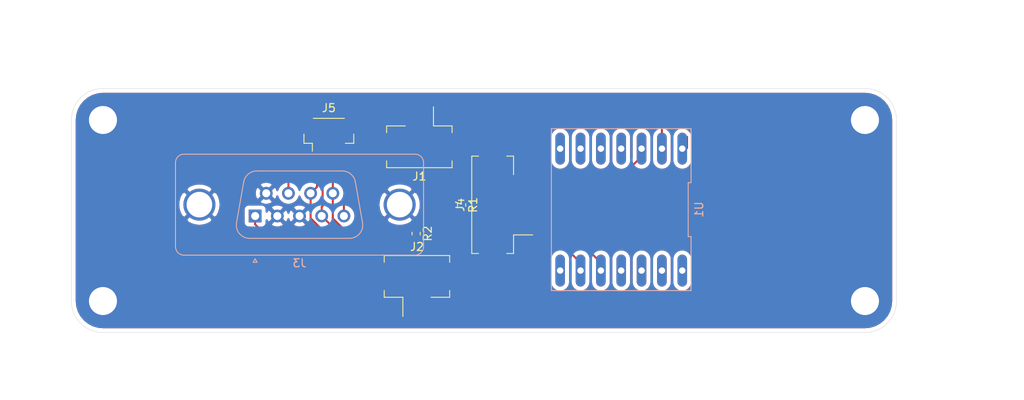
<source format=kicad_pcb>
(kicad_pcb (version 20171130) (host pcbnew "(5.1.5-0)")

  (general
    (thickness 1.6)
    (drawings 10)
    (tracks 71)
    (zones 0)
    (modules 8)
    (nets 18)
  )

  (page A4)
  (layers
    (0 F.Cu signal)
    (31 B.Cu signal)
    (32 B.Adhes user)
    (33 F.Adhes user)
    (34 B.Paste user)
    (35 F.Paste user)
    (36 B.SilkS user)
    (37 F.SilkS user)
    (38 B.Mask user)
    (39 F.Mask user)
    (40 Dwgs.User user)
    (41 Cmts.User user)
    (42 Eco1.User user)
    (43 Eco2.User user)
    (44 Edge.Cuts user)
    (45 Margin user)
    (46 B.CrtYd user)
    (47 F.CrtYd user)
    (48 B.Fab user hide)
    (49 F.Fab user hide)
  )

  (setup
    (last_trace_width 0.25)
    (trace_clearance 0.2)
    (zone_clearance 0.508)
    (zone_45_only no)
    (trace_min 0.2)
    (via_size 0.8)
    (via_drill 0.4)
    (via_min_size 0.4)
    (via_min_drill 0.3)
    (uvia_size 0.3)
    (uvia_drill 0.1)
    (uvias_allowed no)
    (uvia_min_size 0.2)
    (uvia_min_drill 0.1)
    (edge_width 0.05)
    (segment_width 0.2)
    (pcb_text_width 0.3)
    (pcb_text_size 1.5 1.5)
    (mod_edge_width 0.12)
    (mod_text_size 1 1)
    (mod_text_width 0.15)
    (pad_size 5 5)
    (pad_drill 3.2)
    (pad_to_mask_clearance 0.051)
    (solder_mask_min_width 0.25)
    (aux_axis_origin 0 0)
    (visible_elements FFFFFF7F)
    (pcbplotparams
      (layerselection 0x010fc_ffffffff)
      (usegerberextensions false)
      (usegerberattributes false)
      (usegerberadvancedattributes false)
      (creategerberjobfile false)
      (excludeedgelayer true)
      (linewidth 0.100000)
      (plotframeref false)
      (viasonmask false)
      (mode 1)
      (useauxorigin false)
      (hpglpennumber 1)
      (hpglpenspeed 20)
      (hpglpendiameter 15.000000)
      (psnegative false)
      (psa4output false)
      (plotreference true)
      (plotvalue true)
      (plotinvisibletext false)
      (padsonsilk false)
      (subtractmaskfromsilk false)
      (outputformat 1)
      (mirror false)
      (drillshape 0)
      (scaleselection 1)
      (outputdirectory "gerbers/back/"))
  )

  (net 0 "")
  (net 1 "Net-(J1-Pad2)")
  (net 2 "Net-(J2-Pad1)")
  (net 3 /3V_I2C)
  (net 4 /SCL)
  (net 5 /GND_I2C)
  (net 6 /SDA)
  (net 7 GND)
  (net 8 "Net-(U1-Pad7)")
  (net 9 "Net-(U1-Pad8)")
  (net 10 "Net-(U1-Pad9)")
  (net 11 "Net-(U1-Pad10)")
  (net 12 "Net-(U1-Pad4)")
  (net 13 "Net-(U1-Pad11)")
  (net 14 "Net-(U1-Pad3)")
  (net 15 "Net-(U1-Pad2)")
  (net 16 "Net-(U1-Pad1)")
  (net 17 "Net-(U1-Pad14)")

  (net_class Default "This is the default net class."
    (clearance 0.2)
    (trace_width 0.25)
    (via_dia 0.8)
    (via_drill 0.4)
    (uvia_dia 0.3)
    (uvia_drill 0.1)
    (add_net /3V_I2C)
    (add_net /GND_I2C)
    (add_net /SCL)
    (add_net /SDA)
    (add_net GND)
    (add_net "Net-(J1-Pad2)")
    (add_net "Net-(J2-Pad1)")
    (add_net "Net-(U1-Pad1)")
    (add_net "Net-(U1-Pad10)")
    (add_net "Net-(U1-Pad11)")
    (add_net "Net-(U1-Pad14)")
    (add_net "Net-(U1-Pad2)")
    (add_net "Net-(U1-Pad3)")
    (add_net "Net-(U1-Pad4)")
    (add_net "Net-(U1-Pad7)")
    (add_net "Net-(U1-Pad8)")
    (add_net "Net-(U1-Pad9)")
  )

  (module 0my_footprints:QT_PY_DIP-14_600_ELL (layer B.Cu) (tedit 0) (tstamp 5FCB575A)
    (at 164.7 111.2 180)
    (path /5FCB1320)
    (fp_text reference U1 (at -9.72 0 270) (layer B.SilkS)
      (effects (font (size 1 1) (thickness 0.15)) (justify mirror))
    )
    (fp_text value QT_PY_DIP-14_600_ELL (at 0 0) (layer B.Fab)
      (effects (font (size 1 1) (thickness 0.15)) (justify mirror))
    )
    (fp_line (start -8.47 -9.87) (end -8.47 9.87) (layer B.CrtYd) (width 0.05))
    (fp_line (start 8.47 -9.87) (end -8.47 -9.87) (layer B.CrtYd) (width 0.05))
    (fp_line (start 8.47 9.87) (end 8.47 -9.87) (layer B.CrtYd) (width 0.05))
    (fp_line (start -8.47 9.87) (end 8.47 9.87) (layer B.CrtYd) (width 0.05))
    (fp_line (start -8.72 -3.373333) (end -8.72 -10.12) (layer B.SilkS) (width 0.12))
    (fp_line (start -8.36 -3.373333) (end -8.72 -3.373333) (layer B.SilkS) (width 0.12))
    (fp_line (start -8.36 3.373333) (end -8.36 -3.373333) (layer B.SilkS) (width 0.12))
    (fp_line (start -8.72 3.373333) (end -8.36 3.373333) (layer B.SilkS) (width 0.12))
    (fp_line (start -8.72 10.12) (end -8.72 3.373333) (layer B.SilkS) (width 0.12))
    (fp_line (start 8.72 10.12) (end -8.72 10.12) (layer B.SilkS) (width 0.12))
    (fp_line (start 8.72 -10.12) (end 8.72 10.12) (layer B.SilkS) (width 0.12))
    (fp_line (start -8.72 -10.12) (end 8.72 -10.12) (layer B.SilkS) (width 0.12))
    (pad 7 thru_hole oval (at 7.62 -7.62 180) (size 1.2 4) (drill 0.8) (layers *.Cu *.Mask)
      (net 8 "Net-(U1-Pad7)"))
    (pad 8 thru_hole oval (at 7.62 7.62 180) (size 1.2 4) (drill 0.8) (layers *.Cu *.Mask)
      (net 9 "Net-(U1-Pad8)"))
    (pad 6 thru_hole oval (at 5.08 -7.62 180) (size 1.2 4) (drill 0.8) (layers *.Cu *.Mask)
      (net 4 /SCL))
    (pad 9 thru_hole oval (at 5.08 7.62 180) (size 1.2 4) (drill 0.8) (layers *.Cu *.Mask)
      (net 10 "Net-(U1-Pad9)"))
    (pad 5 thru_hole oval (at 2.54 -7.62 180) (size 1.2 4) (drill 0.8) (layers *.Cu *.Mask)
      (net 6 /SDA))
    (pad 10 thru_hole oval (at 2.54 7.62 180) (size 1.2 4) (drill 0.8) (layers *.Cu *.Mask)
      (net 11 "Net-(U1-Pad10)"))
    (pad 4 thru_hole oval (at 0 -7.62 180) (size 1.2 4) (drill 0.8) (layers *.Cu *.Mask)
      (net 12 "Net-(U1-Pad4)"))
    (pad 11 thru_hole oval (at 0 7.62 180) (size 1.2 4) (drill 0.8) (layers *.Cu *.Mask)
      (net 13 "Net-(U1-Pad11)"))
    (pad 3 thru_hole oval (at -2.54 -7.62 180) (size 1.2 4) (drill 0.8) (layers *.Cu *.Mask)
      (net 14 "Net-(U1-Pad3)"))
    (pad 12 thru_hole oval (at -2.54 7.62 180) (size 1.2 4) (drill 0.8) (layers *.Cu *.Mask)
      (net 3 /3V_I2C))
    (pad 2 thru_hole oval (at -5.08 -7.62 180) (size 1.2 4) (drill 0.8) (layers *.Cu *.Mask)
      (net 15 "Net-(U1-Pad2)"))
    (pad 13 thru_hole oval (at -5.08 7.62 180) (size 1.2 4) (drill 0.8) (layers *.Cu *.Mask)
      (net 5 /GND_I2C))
    (pad 1 thru_hole oval (at -7.62 -7.62 180) (size 1.2 4) (drill 0.8) (layers *.Cu *.Mask)
      (net 16 "Net-(U1-Pad1)"))
    (pad 14 thru_hole oval (at -7.62 7.62 180) (size 1.2 4) (drill 0.8) (layers *.Cu *.Mask)
      (net 17 "Net-(U1-Pad14)"))
  )

  (module Resistor_SMD:R_0603_1608Metric_Pad1.05x0.95mm_HandSolder (layer F.Cu) (tedit 5B301BBD) (tstamp 5FDFBD81)
    (at 139.1 114.2 270)
    (descr "Resistor SMD 0603 (1608 Metric), square (rectangular) end terminal, IPC_7351 nominal with elongated pad for handsoldering. (Body size source: http://www.tortai-tech.com/upload/download/2011102023233369053.pdf), generated with kicad-footprint-generator")
    (tags "resistor handsolder")
    (path /5FFC8E26)
    (attr smd)
    (fp_text reference R2 (at 0 -1.43 90) (layer F.SilkS)
      (effects (font (size 1 1) (thickness 0.15)))
    )
    (fp_text value R_Small_US (at 0 1.43 90) (layer F.Fab)
      (effects (font (size 1 1) (thickness 0.15)))
    )
    (fp_text user %R (at 0 0 90) (layer F.Fab)
      (effects (font (size 0.4 0.4) (thickness 0.06)))
    )
    (fp_line (start 1.65 0.73) (end -1.65 0.73) (layer F.CrtYd) (width 0.05))
    (fp_line (start 1.65 -0.73) (end 1.65 0.73) (layer F.CrtYd) (width 0.05))
    (fp_line (start -1.65 -0.73) (end 1.65 -0.73) (layer F.CrtYd) (width 0.05))
    (fp_line (start -1.65 0.73) (end -1.65 -0.73) (layer F.CrtYd) (width 0.05))
    (fp_line (start -0.171267 0.51) (end 0.171267 0.51) (layer F.SilkS) (width 0.12))
    (fp_line (start -0.171267 -0.51) (end 0.171267 -0.51) (layer F.SilkS) (width 0.12))
    (fp_line (start 0.8 0.4) (end -0.8 0.4) (layer F.Fab) (width 0.1))
    (fp_line (start 0.8 -0.4) (end 0.8 0.4) (layer F.Fab) (width 0.1))
    (fp_line (start -0.8 -0.4) (end 0.8 -0.4) (layer F.Fab) (width 0.1))
    (fp_line (start -0.8 0.4) (end -0.8 -0.4) (layer F.Fab) (width 0.1))
    (pad 2 smd roundrect (at 0.875 0 270) (size 1.05 0.95) (layers F.Cu F.Paste F.Mask) (roundrect_rratio 0.25)
      (net 4 /SCL))
    (pad 1 smd roundrect (at -0.875 0 270) (size 1.05 0.95) (layers F.Cu F.Paste F.Mask) (roundrect_rratio 0.25)
      (net 3 /3V_I2C))
    (model ${KISYS3DMOD}/Resistor_SMD.3dshapes/R_0603_1608Metric.wrl
      (at (xyz 0 0 0))
      (scale (xyz 1 1 1))
      (rotate (xyz 0 0 0))
    )
  )

  (module Resistor_SMD:R_0603_1608Metric_Pad1.05x0.95mm_HandSolder (layer F.Cu) (tedit 5B301BBD) (tstamp 5FDFBD70)
    (at 144.775 110.625 270)
    (descr "Resistor SMD 0603 (1608 Metric), square (rectangular) end terminal, IPC_7351 nominal with elongated pad for handsoldering. (Body size source: http://www.tortai-tech.com/upload/download/2011102023233369053.pdf), generated with kicad-footprint-generator")
    (tags "resistor handsolder")
    (path /5FFC849B)
    (attr smd)
    (fp_text reference R1 (at 0 -1.43 90) (layer F.SilkS)
      (effects (font (size 1 1) (thickness 0.15)))
    )
    (fp_text value R_Small_US (at 0 1.43 90) (layer F.Fab)
      (effects (font (size 1 1) (thickness 0.15)))
    )
    (fp_text user %R (at 0 0 90) (layer F.Fab)
      (effects (font (size 0.4 0.4) (thickness 0.06)))
    )
    (fp_line (start 1.65 0.73) (end -1.65 0.73) (layer F.CrtYd) (width 0.05))
    (fp_line (start 1.65 -0.73) (end 1.65 0.73) (layer F.CrtYd) (width 0.05))
    (fp_line (start -1.65 -0.73) (end 1.65 -0.73) (layer F.CrtYd) (width 0.05))
    (fp_line (start -1.65 0.73) (end -1.65 -0.73) (layer F.CrtYd) (width 0.05))
    (fp_line (start -0.171267 0.51) (end 0.171267 0.51) (layer F.SilkS) (width 0.12))
    (fp_line (start -0.171267 -0.51) (end 0.171267 -0.51) (layer F.SilkS) (width 0.12))
    (fp_line (start 0.8 0.4) (end -0.8 0.4) (layer F.Fab) (width 0.1))
    (fp_line (start 0.8 -0.4) (end 0.8 0.4) (layer F.Fab) (width 0.1))
    (fp_line (start -0.8 -0.4) (end 0.8 -0.4) (layer F.Fab) (width 0.1))
    (fp_line (start -0.8 0.4) (end -0.8 -0.4) (layer F.Fab) (width 0.1))
    (pad 2 smd roundrect (at 0.875 0 270) (size 1.05 0.95) (layers F.Cu F.Paste F.Mask) (roundrect_rratio 0.25)
      (net 6 /SDA))
    (pad 1 smd roundrect (at -0.875 0 270) (size 1.05 0.95) (layers F.Cu F.Paste F.Mask) (roundrect_rratio 0.25)
      (net 3 /3V_I2C))
    (model ${KISYS3DMOD}/Resistor_SMD.3dshapes/R_0603_1608Metric.wrl
      (at (xyz 0 0 0))
      (scale (xyz 1 1 1))
      (rotate (xyz 0 0 0))
    )
  )

  (module Connector_JST:JST_SH_BM04B-SRSS-TB_1x04-1MP_P1.00mm_Vertical (layer F.Cu) (tedit 5B78AD87) (tstamp 5FDFBD5F)
    (at 128.2 101.8)
    (descr "JST SH series connector, BM04B-SRSS-TB (http://www.jst-mfg.com/product/pdf/eng/eSH.pdf), generated with kicad-footprint-generator")
    (tags "connector JST SH side entry")
    (path /5FFC6E13)
    (attr smd)
    (fp_text reference J5 (at 0 -3.3) (layer F.SilkS)
      (effects (font (size 1 1) (thickness 0.15)))
    )
    (fp_text value JST-SH (at 0 3.3) (layer F.Fab)
      (effects (font (size 1 1) (thickness 0.15)))
    )
    (fp_text user %R (at 0 -0.25) (layer F.Fab)
      (effects (font (size 1 1) (thickness 0.15)))
    )
    (fp_line (start -1.5 0.292893) (end -1 1) (layer F.Fab) (width 0.1))
    (fp_line (start -2 1) (end -1.5 0.292893) (layer F.Fab) (width 0.1))
    (fp_line (start 3.9 -2.6) (end -3.9 -2.6) (layer F.CrtYd) (width 0.05))
    (fp_line (start 3.9 2.6) (end 3.9 -2.6) (layer F.CrtYd) (width 0.05))
    (fp_line (start -3.9 2.6) (end 3.9 2.6) (layer F.CrtYd) (width 0.05))
    (fp_line (start -3.9 -2.6) (end -3.9 2.6) (layer F.CrtYd) (width 0.05))
    (fp_line (start 1.65 -1.55) (end 1.35 -1.55) (layer F.Fab) (width 0.1))
    (fp_line (start 1.65 -0.95) (end 1.65 -1.55) (layer F.Fab) (width 0.1))
    (fp_line (start 1.35 -0.95) (end 1.65 -0.95) (layer F.Fab) (width 0.1))
    (fp_line (start 1.35 -1.55) (end 1.35 -0.95) (layer F.Fab) (width 0.1))
    (fp_line (start 0.65 -1.55) (end 0.35 -1.55) (layer F.Fab) (width 0.1))
    (fp_line (start 0.65 -0.95) (end 0.65 -1.55) (layer F.Fab) (width 0.1))
    (fp_line (start 0.35 -0.95) (end 0.65 -0.95) (layer F.Fab) (width 0.1))
    (fp_line (start 0.35 -1.55) (end 0.35 -0.95) (layer F.Fab) (width 0.1))
    (fp_line (start -0.35 -1.55) (end -0.65 -1.55) (layer F.Fab) (width 0.1))
    (fp_line (start -0.35 -0.95) (end -0.35 -1.55) (layer F.Fab) (width 0.1))
    (fp_line (start -0.65 -0.95) (end -0.35 -0.95) (layer F.Fab) (width 0.1))
    (fp_line (start -0.65 -1.55) (end -0.65 -0.95) (layer F.Fab) (width 0.1))
    (fp_line (start -1.35 -1.55) (end -1.65 -1.55) (layer F.Fab) (width 0.1))
    (fp_line (start -1.35 -0.95) (end -1.35 -1.55) (layer F.Fab) (width 0.1))
    (fp_line (start -1.65 -0.95) (end -1.35 -0.95) (layer F.Fab) (width 0.1))
    (fp_line (start -1.65 -1.55) (end -1.65 -0.95) (layer F.Fab) (width 0.1))
    (fp_line (start 3 1) (end 3 -1.9) (layer F.Fab) (width 0.1))
    (fp_line (start -3 1) (end -3 -1.9) (layer F.Fab) (width 0.1))
    (fp_line (start -3 -1.9) (end 3 -1.9) (layer F.Fab) (width 0.1))
    (fp_line (start -1.94 -2.01) (end 1.94 -2.01) (layer F.SilkS) (width 0.12))
    (fp_line (start 3.11 1.11) (end 2.06 1.11) (layer F.SilkS) (width 0.12))
    (fp_line (start 3.11 -0.04) (end 3.11 1.11) (layer F.SilkS) (width 0.12))
    (fp_line (start -2.06 1.11) (end -2.06 2.1) (layer F.SilkS) (width 0.12))
    (fp_line (start -3.11 1.11) (end -2.06 1.11) (layer F.SilkS) (width 0.12))
    (fp_line (start -3.11 -0.04) (end -3.11 1.11) (layer F.SilkS) (width 0.12))
    (fp_line (start -3 1) (end 3 1) (layer F.Fab) (width 0.1))
    (pad MP smd roundrect (at 2.8 -1.2) (size 1.2 1.8) (layers F.Cu F.Paste F.Mask) (roundrect_rratio 0.208333))
    (pad MP smd roundrect (at -2.8 -1.2) (size 1.2 1.8) (layers F.Cu F.Paste F.Mask) (roundrect_rratio 0.208333))
    (pad 4 smd roundrect (at 1.5 1.325) (size 0.6 1.55) (layers F.Cu F.Paste F.Mask) (roundrect_rratio 0.25)
      (net 5 /GND_I2C))
    (pad 3 smd roundrect (at 0.5 1.325) (size 0.6 1.55) (layers F.Cu F.Paste F.Mask) (roundrect_rratio 0.25)
      (net 3 /3V_I2C))
    (pad 2 smd roundrect (at -0.5 1.325) (size 0.6 1.55) (layers F.Cu F.Paste F.Mask) (roundrect_rratio 0.25)
      (net 6 /SDA))
    (pad 1 smd roundrect (at -1.5 1.325) (size 0.6 1.55) (layers F.Cu F.Paste F.Mask) (roundrect_rratio 0.25)
      (net 4 /SCL))
    (model ${KISYS3DMOD}/Connector_JST.3dshapes/JST_SH_BM04B-SRSS-TB_1x04-1MP_P1.00mm_Vertical.wrl
      (at (xyz 0 0 0))
      (scale (xyz 1 1 1))
      (rotate (xyz 0 0 0))
    )
  )

  (module Connector_Dsub:DSUB-9_Male_Vertical_P2.77x2.84mm_MountingHoles (layer B.Cu) (tedit 59FEDEE2) (tstamp 5FCB566B)
    (at 119 112)
    (descr "9-pin D-Sub connector, straight/vertical, THT-mount, male, pitch 2.77x2.84mm, distance of mounting holes 25mm, see https://disti-assets.s3.amazonaws.com/tonar/files/datasheets/16730.pdf")
    (tags "9-pin D-Sub connector straight vertical THT male pitch 2.77x2.84mm mounting holes distance 25mm")
    (path /5FCAD965)
    (fp_text reference J3 (at 5.54 5.89) (layer B.SilkS)
      (effects (font (size 1 1) (thickness 0.15)) (justify mirror))
    )
    (fp_text value 191-009-113L551 (at 5.54 -8.73) (layer B.Fab)
      (effects (font (size 1 1) (thickness 0.15)) (justify mirror))
    )
    (fp_text user %R (at 5.54 -1.42) (layer B.Fab)
      (effects (font (size 1 1) (thickness 0.15)) (justify mirror))
    )
    (fp_line (start 21.5 5.35) (end -10.4 5.35) (layer B.CrtYd) (width 0.05))
    (fp_line (start 21.5 -8.2) (end 21.5 5.35) (layer B.CrtYd) (width 0.05))
    (fp_line (start -10.4 -8.2) (end 21.5 -8.2) (layer B.CrtYd) (width 0.05))
    (fp_line (start -10.4 5.35) (end -10.4 -8.2) (layer B.CrtYd) (width 0.05))
    (fp_line (start -2.32647 0.841744) (end -1.427202 -4.258256) (layer B.SilkS) (width 0.12))
    (fp_line (start 13.40647 0.841744) (end 12.507202 -4.258256) (layer B.SilkS) (width 0.12))
    (fp_line (start 0.207579 -5.63) (end 10.872421 -5.63) (layer B.SilkS) (width 0.12))
    (fp_line (start -0.691689 2.79) (end 11.771689 2.79) (layer B.SilkS) (width 0.12))
    (fp_line (start -2.278887 0.852163) (end -1.379619 -4.247837) (layer B.Fab) (width 0.1))
    (fp_line (start 13.358887 0.852163) (end 12.459619 -4.247837) (layer B.Fab) (width 0.1))
    (fp_line (start 0.196073 -5.57) (end 10.883927 -5.57) (layer B.Fab) (width 0.1))
    (fp_line (start -0.703194 2.73) (end 11.783194 2.73) (layer B.Fab) (width 0.1))
    (fp_line (start 0 5.351325) (end -0.25 5.784338) (layer B.SilkS) (width 0.12))
    (fp_line (start 0.25 5.784338) (end 0 5.351325) (layer B.SilkS) (width 0.12))
    (fp_line (start -0.25 5.784338) (end 0.25 5.784338) (layer B.SilkS) (width 0.12))
    (fp_line (start -9.945 -6.67) (end -9.945 3.83) (layer B.SilkS) (width 0.12))
    (fp_line (start 19.965 -7.73) (end -8.885 -7.73) (layer B.SilkS) (width 0.12))
    (fp_line (start 21.025 3.83) (end 21.025 -6.67) (layer B.SilkS) (width 0.12))
    (fp_line (start -8.885 4.89) (end 19.965 4.89) (layer B.SilkS) (width 0.12))
    (fp_line (start -9.885 -6.67) (end -9.885 3.83) (layer B.Fab) (width 0.1))
    (fp_line (start 19.965 -7.67) (end -8.885 -7.67) (layer B.Fab) (width 0.1))
    (fp_line (start 20.965 3.83) (end 20.965 -6.67) (layer B.Fab) (width 0.1))
    (fp_line (start -8.885 4.83) (end 19.965 4.83) (layer B.Fab) (width 0.1))
    (fp_arc (start 10.872421 -3.97) (end 10.872421 -5.63) (angle 80) (layer B.SilkS) (width 0.12))
    (fp_arc (start 0.207579 -3.97) (end 0.207579 -5.63) (angle -80) (layer B.SilkS) (width 0.12))
    (fp_arc (start 11.771689 1.13) (end 11.771689 2.79) (angle -100) (layer B.SilkS) (width 0.12))
    (fp_arc (start -0.691689 1.13) (end -0.691689 2.79) (angle 100) (layer B.SilkS) (width 0.12))
    (fp_arc (start 10.883927 -3.97) (end 10.883927 -5.57) (angle 80) (layer B.Fab) (width 0.1))
    (fp_arc (start 0.196073 -3.97) (end 0.196073 -5.57) (angle -80) (layer B.Fab) (width 0.1))
    (fp_arc (start 11.783194 1.13) (end 11.783194 2.73) (angle -100) (layer B.Fab) (width 0.1))
    (fp_arc (start -0.703194 1.13) (end -0.703194 2.73) (angle 100) (layer B.Fab) (width 0.1))
    (fp_arc (start 19.965 -6.67) (end 21.025 -6.67) (angle -90) (layer B.SilkS) (width 0.12))
    (fp_arc (start -8.885 -6.67) (end -9.945 -6.67) (angle 90) (layer B.SilkS) (width 0.12))
    (fp_arc (start 19.965 3.83) (end 19.965 4.89) (angle -90) (layer B.SilkS) (width 0.12))
    (fp_arc (start -8.885 3.83) (end -9.945 3.83) (angle -90) (layer B.SilkS) (width 0.12))
    (fp_arc (start 19.965 -6.67) (end 20.965 -6.67) (angle -90) (layer B.Fab) (width 0.1))
    (fp_arc (start -8.885 -6.67) (end -9.885 -6.67) (angle 90) (layer B.Fab) (width 0.1))
    (fp_arc (start 19.965 3.83) (end 19.965 4.83) (angle -90) (layer B.Fab) (width 0.1))
    (fp_arc (start -8.885 3.83) (end -9.885 3.83) (angle -90) (layer B.Fab) (width 0.1))
    (pad 0 thru_hole circle (at 18.04 -1.42) (size 4 4) (drill 3.2) (layers *.Cu *.Mask)
      (net 7 GND))
    (pad 0 thru_hole circle (at -6.96 -1.42) (size 4 4) (drill 3.2) (layers *.Cu *.Mask)
      (net 7 GND))
    (pad 9 thru_hole circle (at 9.695 -2.84) (size 1.6 1.6) (drill 1) (layers *.Cu *.Mask)
      (net 3 /3V_I2C))
    (pad 8 thru_hole circle (at 6.925 -2.84) (size 1.6 1.6) (drill 1) (layers *.Cu *.Mask)
      (net 4 /SCL))
    (pad 7 thru_hole circle (at 4.155 -2.84) (size 1.6 1.6) (drill 1) (layers *.Cu *.Mask)
      (net 1 "Net-(J1-Pad2)"))
    (pad 6 thru_hole circle (at 1.385 -2.84) (size 1.6 1.6) (drill 1) (layers *.Cu *.Mask)
      (net 7 GND))
    (pad 5 thru_hole circle (at 11.08 0) (size 1.6 1.6) (drill 1) (layers *.Cu *.Mask)
      (net 5 /GND_I2C))
    (pad 4 thru_hole circle (at 8.31 0) (size 1.6 1.6) (drill 1) (layers *.Cu *.Mask)
      (net 6 /SDA))
    (pad 3 thru_hole circle (at 5.54 0) (size 1.6 1.6) (drill 1) (layers *.Cu *.Mask)
      (net 7 GND))
    (pad 2 thru_hole circle (at 2.77 0) (size 1.6 1.6) (drill 1) (layers *.Cu *.Mask)
      (net 7 GND))
    (pad 1 thru_hole rect (at 0 0) (size 1.6 1.6) (drill 1) (layers *.Cu *.Mask)
      (net 2 "Net-(J2-Pad1)"))
    (model ${KIPRJMOD}/3D/191-009-113.STEP
      (offset (xyz -10 -7.75 5.5))
      (scale (xyz 1 1 1))
      (rotate (xyz 0 0 0))
    )
  )

  (module Connector_JST:JST_PH_B4B-PH-SM4-TB_1x04-1MP_P2.00mm_Vertical (layer F.Cu) (tedit 5B78AD87) (tstamp 5FCB56F9)
    (at 150.4 110.6 90)
    (descr "JST PH series connector, B4B-PH-SM4-TB (http://www.jst-mfg.com/product/pdf/eng/ePH.pdf), generated with kicad-footprint-generator")
    (tags "connector JST PH side entry")
    (path /5FCAEA1A)
    (attr smd)
    (fp_text reference J4 (at 0 -5.8 90) (layer F.SilkS)
      (effects (font (size 1 1) (thickness 0.15)))
    )
    (fp_text value "STEMMA JST-PH connector" (at 0 5.8 90) (layer F.Fab)
      (effects (font (size 1 1) (thickness 0.15)))
    )
    (fp_text user %R (at 0 1.5 90) (layer F.Fab)
      (effects (font (size 1 1) (thickness 0.15)))
    )
    (fp_line (start -3 0.042893) (end -2.5 0.75) (layer F.Fab) (width 0.1))
    (fp_line (start -3.5 0.75) (end -3 0.042893) (layer F.Fab) (width 0.1))
    (fp_line (start 6.7 -4.75) (end -6.7 -4.75) (layer F.CrtYd) (width 0.05))
    (fp_line (start 6.7 3.75) (end 6.7 -4.75) (layer F.CrtYd) (width 0.05))
    (fp_line (start -6.7 3.75) (end 6.7 3.75) (layer F.CrtYd) (width 0.05))
    (fp_line (start -6.7 -4.75) (end -6.7 3.75) (layer F.CrtYd) (width 0.05))
    (fp_line (start 3.25 -2.75) (end 2.75 -2.75) (layer F.Fab) (width 0.1))
    (fp_line (start 3.25 -2.25) (end 3.25 -2.75) (layer F.Fab) (width 0.1))
    (fp_line (start 2.75 -2.25) (end 3.25 -2.25) (layer F.Fab) (width 0.1))
    (fp_line (start 2.75 -2.75) (end 2.75 -2.25) (layer F.Fab) (width 0.1))
    (fp_line (start 1.25 -2.75) (end 0.75 -2.75) (layer F.Fab) (width 0.1))
    (fp_line (start 1.25 -2.25) (end 1.25 -2.75) (layer F.Fab) (width 0.1))
    (fp_line (start 0.75 -2.25) (end 1.25 -2.25) (layer F.Fab) (width 0.1))
    (fp_line (start 0.75 -2.75) (end 0.75 -2.25) (layer F.Fab) (width 0.1))
    (fp_line (start -0.75 -2.75) (end -1.25 -2.75) (layer F.Fab) (width 0.1))
    (fp_line (start -0.75 -2.25) (end -0.75 -2.75) (layer F.Fab) (width 0.1))
    (fp_line (start -1.25 -2.25) (end -0.75 -2.25) (layer F.Fab) (width 0.1))
    (fp_line (start -1.25 -2.75) (end -1.25 -2.25) (layer F.Fab) (width 0.1))
    (fp_line (start -2.75 -2.75) (end -3.25 -2.75) (layer F.Fab) (width 0.1))
    (fp_line (start -2.75 -2.25) (end -2.75 -2.75) (layer F.Fab) (width 0.1))
    (fp_line (start -3.25 -2.25) (end -2.75 -2.25) (layer F.Fab) (width 0.1))
    (fp_line (start -3.25 -2.75) (end -3.25 -2.25) (layer F.Fab) (width 0.1))
    (fp_line (start 5.975 0.75) (end 5.975 -4.25) (layer F.Fab) (width 0.1))
    (fp_line (start -5.975 0.75) (end -5.975 -4.25) (layer F.Fab) (width 0.1))
    (fp_line (start -5.975 -4.25) (end 5.975 -4.25) (layer F.Fab) (width 0.1))
    (fp_line (start 6.085 -4.36) (end 6.085 -3.51) (layer F.SilkS) (width 0.12))
    (fp_line (start -6.085 -4.36) (end 6.085 -4.36) (layer F.SilkS) (width 0.12))
    (fp_line (start -6.085 -3.51) (end -6.085 -4.36) (layer F.SilkS) (width 0.12))
    (fp_line (start 6.085 0.86) (end 3.76 0.86) (layer F.SilkS) (width 0.12))
    (fp_line (start 6.085 0.01) (end 6.085 0.86) (layer F.SilkS) (width 0.12))
    (fp_line (start -3.76 0.86) (end -3.76 3.25) (layer F.SilkS) (width 0.12))
    (fp_line (start -6.085 0.86) (end -3.76 0.86) (layer F.SilkS) (width 0.12))
    (fp_line (start -6.085 0.01) (end -6.085 0.86) (layer F.SilkS) (width 0.12))
    (fp_line (start -5.975 0.75) (end 5.975 0.75) (layer F.Fab) (width 0.1))
    (pad MP smd roundrect (at 5.4 -1.75 90) (size 1.6 3) (layers F.Cu F.Paste F.Mask) (roundrect_rratio 0.15625))
    (pad MP smd roundrect (at -5.4 -1.75 90) (size 1.6 3) (layers F.Cu F.Paste F.Mask) (roundrect_rratio 0.15625))
    (pad 4 smd roundrect (at 3 0.5 90) (size 1 5.5) (layers F.Cu F.Paste F.Mask) (roundrect_rratio 0.25)
      (net 5 /GND_I2C))
    (pad 3 smd roundrect (at 1 0.5 90) (size 1 5.5) (layers F.Cu F.Paste F.Mask) (roundrect_rratio 0.25)
      (net 3 /3V_I2C))
    (pad 2 smd roundrect (at -1 0.5 90) (size 1 5.5) (layers F.Cu F.Paste F.Mask) (roundrect_rratio 0.25)
      (net 6 /SDA))
    (pad 1 smd roundrect (at -3 0.5 90) (size 1 5.5) (layers F.Cu F.Paste F.Mask) (roundrect_rratio 0.25)
      (net 4 /SCL))
    (model ${KIPRJMOD}/3D/B4B-PH-SM4-TB.STEP
      (offset (xyz -6 5 0))
      (scale (xyz 1 1 1))
      (rotate (xyz -90 0 0))
    )
  )

  (module Connector_JST:JST_PH_B2B-PH-SM4-TB_1x02-1MP_P2.00mm_Vertical (layer F.Cu) (tedit 5B78AD87) (tstamp 5FCBA52E)
    (at 139.2 121.3)
    (descr "JST PH series connector, B2B-PH-SM4-TB (http://www.jst-mfg.com/product/pdf/eng/ePH.pdf), generated with kicad-footprint-generator")
    (tags "connector JST PH side entry")
    (path /5FCB4462)
    (attr smd)
    (fp_text reference J2 (at 0 -5.45) (layer F.SilkS)
      (effects (font (size 1 1) (thickness 0.15)))
    )
    (fp_text value JST-PH2 (at 0 4.45) (layer F.Fab)
      (effects (font (size 1 1) (thickness 0.15)))
    )
    (fp_text user %R (at 0 -1 180) (layer F.Fab)
      (effects (font (size 1 1) (thickness 0.15)))
    )
    (fp_line (start -1 0.042893) (end -0.5 0.75) (layer F.Fab) (width 0.1))
    (fp_line (start -1.5 0.75) (end -1 0.042893) (layer F.Fab) (width 0.1))
    (fp_line (start 4.7 -4.75) (end -4.7 -4.75) (layer F.CrtYd) (width 0.05))
    (fp_line (start 4.7 3.75) (end 4.7 -4.75) (layer F.CrtYd) (width 0.05))
    (fp_line (start -4.7 3.75) (end 4.7 3.75) (layer F.CrtYd) (width 0.05))
    (fp_line (start -4.7 -4.75) (end -4.7 3.75) (layer F.CrtYd) (width 0.05))
    (fp_line (start 1.25 -2.75) (end 0.75 -2.75) (layer F.Fab) (width 0.1))
    (fp_line (start 1.25 -2.25) (end 1.25 -2.75) (layer F.Fab) (width 0.1))
    (fp_line (start 0.75 -2.25) (end 1.25 -2.25) (layer F.Fab) (width 0.1))
    (fp_line (start 0.75 -2.75) (end 0.75 -2.25) (layer F.Fab) (width 0.1))
    (fp_line (start -0.75 -2.75) (end -1.25 -2.75) (layer F.Fab) (width 0.1))
    (fp_line (start -0.75 -2.25) (end -0.75 -2.75) (layer F.Fab) (width 0.1))
    (fp_line (start -1.25 -2.25) (end -0.75 -2.25) (layer F.Fab) (width 0.1))
    (fp_line (start -1.25 -2.75) (end -1.25 -2.25) (layer F.Fab) (width 0.1))
    (fp_line (start 3.975 0.75) (end 3.975 -4.25) (layer F.Fab) (width 0.1))
    (fp_line (start -3.975 0.75) (end -3.975 -4.25) (layer F.Fab) (width 0.1))
    (fp_line (start -3.975 -4.25) (end 3.975 -4.25) (layer F.Fab) (width 0.1))
    (fp_line (start 4.085 -4.36) (end 4.085 -3.51) (layer F.SilkS) (width 0.12))
    (fp_line (start -4.085 -4.36) (end 4.085 -4.36) (layer F.SilkS) (width 0.12))
    (fp_line (start -4.085 -3.51) (end -4.085 -4.36) (layer F.SilkS) (width 0.12))
    (fp_line (start 4.085 0.86) (end 1.76 0.86) (layer F.SilkS) (width 0.12))
    (fp_line (start 4.085 0.01) (end 4.085 0.86) (layer F.SilkS) (width 0.12))
    (fp_line (start -1.76 0.86) (end -1.76 3.25) (layer F.SilkS) (width 0.12))
    (fp_line (start -4.085 0.86) (end -1.76 0.86) (layer F.SilkS) (width 0.12))
    (fp_line (start -4.085 0.01) (end -4.085 0.86) (layer F.SilkS) (width 0.12))
    (fp_line (start -3.975 0.75) (end 3.975 0.75) (layer F.Fab) (width 0.1))
    (pad MP smd roundrect (at 3.4 -1.75) (size 1.6 3) (layers F.Cu F.Paste F.Mask) (roundrect_rratio 0.15625))
    (pad MP smd roundrect (at -3.4 -1.75) (size 1.6 3) (layers F.Cu F.Paste F.Mask) (roundrect_rratio 0.15625))
    (pad 2 smd roundrect (at 1 0.5) (size 1 5.5) (layers F.Cu F.Paste F.Mask) (roundrect_rratio 0.25)
      (net 7 GND))
    (pad 1 smd roundrect (at -1 0.5) (size 1 5.5) (layers F.Cu F.Paste F.Mask) (roundrect_rratio 0.25)
      (net 2 "Net-(J2-Pad1)"))
    (model ${KIPRJMOD}/3D/B2B-PH-SM4-TB.STEP
      (offset (xyz -4 3 0))
      (scale (xyz 1 1 1))
      (rotate (xyz -90 0 0))
    )
  )

  (module Connector_JST:JST_PH_B2B-PH-SM4-TB_1x02-1MP_P2.00mm_Vertical (layer F.Cu) (tedit 5B78AD87) (tstamp 5FCBA6EA)
    (at 139.5 101.6 180)
    (descr "JST PH series connector, B2B-PH-SM4-TB (http://www.jst-mfg.com/product/pdf/eng/ePH.pdf), generated with kicad-footprint-generator")
    (tags "connector JST PH side entry")
    (path /5FCB3EC2)
    (attr smd)
    (fp_text reference J1 (at 0 -5.45) (layer F.SilkS)
      (effects (font (size 1 1) (thickness 0.15)))
    )
    (fp_text value JST-PH2 (at 0 4.45) (layer F.Fab)
      (effects (font (size 1 1) (thickness 0.15)))
    )
    (fp_text user %R (at 0 -1 90) (layer F.Fab)
      (effects (font (size 1 1) (thickness 0.15)))
    )
    (fp_line (start -1 0.042893) (end -0.5 0.75) (layer F.Fab) (width 0.1))
    (fp_line (start -1.5 0.75) (end -1 0.042893) (layer F.Fab) (width 0.1))
    (fp_line (start 4.7 -4.75) (end -4.7 -4.75) (layer F.CrtYd) (width 0.05))
    (fp_line (start 4.7 3.75) (end 4.7 -4.75) (layer F.CrtYd) (width 0.05))
    (fp_line (start -4.7 3.75) (end 4.7 3.75) (layer F.CrtYd) (width 0.05))
    (fp_line (start -4.7 -4.75) (end -4.7 3.75) (layer F.CrtYd) (width 0.05))
    (fp_line (start 1.25 -2.75) (end 0.75 -2.75) (layer F.Fab) (width 0.1))
    (fp_line (start 1.25 -2.25) (end 1.25 -2.75) (layer F.Fab) (width 0.1))
    (fp_line (start 0.75 -2.25) (end 1.25 -2.25) (layer F.Fab) (width 0.1))
    (fp_line (start 0.75 -2.75) (end 0.75 -2.25) (layer F.Fab) (width 0.1))
    (fp_line (start -0.75 -2.75) (end -1.25 -2.75) (layer F.Fab) (width 0.1))
    (fp_line (start -0.75 -2.25) (end -0.75 -2.75) (layer F.Fab) (width 0.1))
    (fp_line (start -1.25 -2.25) (end -0.75 -2.25) (layer F.Fab) (width 0.1))
    (fp_line (start -1.25 -2.75) (end -1.25 -2.25) (layer F.Fab) (width 0.1))
    (fp_line (start 3.975 0.75) (end 3.975 -4.25) (layer F.Fab) (width 0.1))
    (fp_line (start -3.975 0.75) (end -3.975 -4.25) (layer F.Fab) (width 0.1))
    (fp_line (start -3.975 -4.25) (end 3.975 -4.25) (layer F.Fab) (width 0.1))
    (fp_line (start 4.085 -4.36) (end 4.085 -3.51) (layer F.SilkS) (width 0.12))
    (fp_line (start -4.085 -4.36) (end 4.085 -4.36) (layer F.SilkS) (width 0.12))
    (fp_line (start -4.085 -3.51) (end -4.085 -4.36) (layer F.SilkS) (width 0.12))
    (fp_line (start 4.085 0.86) (end 1.76 0.86) (layer F.SilkS) (width 0.12))
    (fp_line (start 4.085 0.01) (end 4.085 0.86) (layer F.SilkS) (width 0.12))
    (fp_line (start -1.76 0.86) (end -1.76 3.25) (layer F.SilkS) (width 0.12))
    (fp_line (start -4.085 0.86) (end -1.76 0.86) (layer F.SilkS) (width 0.12))
    (fp_line (start -4.085 0.01) (end -4.085 0.86) (layer F.SilkS) (width 0.12))
    (fp_line (start -3.975 0.75) (end 3.975 0.75) (layer F.Fab) (width 0.1))
    (pad MP smd roundrect (at 3.4 -1.75 180) (size 1.6 3) (layers F.Cu F.Paste F.Mask) (roundrect_rratio 0.15625))
    (pad MP smd roundrect (at -3.4 -1.75 180) (size 1.6 3) (layers F.Cu F.Paste F.Mask) (roundrect_rratio 0.15625))
    (pad 2 smd roundrect (at 1 0.5 180) (size 1 5.5) (layers F.Cu F.Paste F.Mask) (roundrect_rratio 0.25)
      (net 1 "Net-(J1-Pad2)"))
    (pad 1 smd roundrect (at -1 0.5 180) (size 1 5.5) (layers F.Cu F.Paste F.Mask) (roundrect_rratio 0.25)
      (net 7 GND))
    (model ${KIPRJMOD}/3D/B2B-PH-SM4-TB.STEP
      (offset (xyz -4 3 0))
      (scale (xyz 1 1 1))
      (rotate (xyz -90 0 0))
    )
  )

  (gr_text "SC - BP v2" (at 112.3 100) (layer F.Cu)
    (effects (font (size 1.5 1.5) (thickness 0.3)))
  )
  (gr_text "https://www.norcomp.net/products/dualport-dsub/85\nhttps://content.norcomp.net/rohspdfs/Connectors/PanelCutOuts/Panel_Cutout_D-Sub-Single.pdf" (at 124.7 94.3) (layer Dwgs.User)
    (effects (font (size 1 1) (thickness 0.15)))
  )
  (gr_arc (start 100 100) (end 96.065 100) (angle 90) (layer Edge.Cuts) (width 0.05))
  (gr_line (start 100 96.065) (end 195.13 96.065) (layer Edge.Cuts) (width 0.05))
  (gr_arc (start 195.13 100) (end 195.13 96.065) (angle 90) (layer Edge.Cuts) (width 0.05) (tstamp 5FC2B15F))
  (gr_line (start 199.065 100) (end 199.065 122.63) (layer Edge.Cuts) (width 0.05))
  (gr_arc (start 195.13 122.63) (end 199.065 122.63) (angle 90) (layer Edge.Cuts) (width 0.05) (tstamp 5FC2B156))
  (gr_line (start 195.13 126.565) (end 100 126.565) (layer Edge.Cuts) (width 0.05))
  (gr_arc (start 100 122.63) (end 100 126.565) (angle 90) (layer Edge.Cuts) (width 0.05) (tstamp 5FC2B148))
  (gr_line (start 96.065 122.63) (end 96.065 100) (layer Edge.Cuts) (width 0.05))

  (segment (start 123.155 109.16) (end 123.155 99.645) (width 0.25) (layer F.Cu) (net 1))
  (segment (start 123.155 99.645) (end 124.4 98.4) (width 0.25) (layer F.Cu) (net 1))
  (segment (start 135.8 98.4) (end 138.5 101.1) (width 0.25) (layer F.Cu) (net 1))
  (segment (start 124.4 98.4) (end 135.8 98.4) (width 0.25) (layer F.Cu) (net 1))
  (segment (start 119.3 112.3) (end 119 112) (width 0.25) (layer F.Cu) (net 2))
  (segment (start 119 113.05) (end 119 112) (width 0.25) (layer F.Cu) (net 2))
  (segment (start 127.75 121.8) (end 119 113.05) (width 0.25) (layer F.Cu) (net 2))
  (segment (start 138.2 121.8) (end 127.75 121.8) (width 0.25) (layer F.Cu) (net 2))
  (segment (start 128.695 112.295) (end 129.9 113.5) (width 0.25) (layer F.Cu) (net 3))
  (segment (start 128.695 109.16) (end 128.695 112.295) (width 0.25) (layer F.Cu) (net 3))
  (segment (start 129.9 113.5) (end 139.7 113.5) (width 0.25) (layer F.Cu) (net 3))
  (segment (start 139.7 113.5) (end 143.6 109.6) (width 0.25) (layer F.Cu) (net 3))
  (segment (start 167.24 104.56) (end 167.24 102.31) (width 0.25) (layer F.Cu) (net 3))
  (segment (start 162.2 109.6) (end 167.24 104.56) (width 0.25) (layer F.Cu) (net 3))
  (segment (start 150.9 109.6) (end 162.2 109.6) (width 0.25) (layer F.Cu) (net 3))
  (segment (start 128.695 103.13) (end 128.725 103.1) (width 0.25) (layer F.Cu) (net 3))
  (segment (start 128.695 109.16) (end 128.695 103.13) (width 0.25) (layer F.Cu) (net 3))
  (segment (start 139.7 113.4) (end 139.7 113.5) (width 0.25) (layer F.Cu) (net 3))
  (segment (start 139.575 113.275) (end 139.7 113.4) (width 0.25) (layer F.Cu) (net 3))
  (segment (start 139.1 113.275) (end 139.575 113.275) (width 0.25) (layer F.Cu) (net 3))
  (segment (start 144.775 109.725) (end 144.9 109.6) (width 0.25) (layer F.Cu) (net 3))
  (segment (start 144.775 109.75) (end 144.775 109.725) (width 0.25) (layer F.Cu) (net 3))
  (segment (start 144.9 109.6) (end 150.9 109.6) (width 0.25) (layer F.Cu) (net 3))
  (segment (start 143.6 109.6) (end 144.9 109.6) (width 0.25) (layer F.Cu) (net 3))
  (segment (start 125.925 112.280002) (end 128.544998 114.9) (width 0.25) (layer F.Cu) (net 4))
  (segment (start 125.925 109.16) (end 125.925 112.280002) (width 0.25) (layer F.Cu) (net 4))
  (segment (start 128.544998 114.9) (end 143.6 114.9) (width 0.25) (layer F.Cu) (net 4))
  (segment (start 144.9 113.6) (end 150.9 113.6) (width 0.25) (layer F.Cu) (net 4))
  (segment (start 143.6 114.9) (end 144.9 113.6) (width 0.25) (layer F.Cu) (net 4))
  (segment (start 153.65 113.6) (end 150.9 113.6) (width 0.25) (layer F.Cu) (net 4))
  (segment (start 155.38 113.6) (end 153.65 113.6) (width 0.25) (layer F.Cu) (net 4))
  (segment (start 159.62 117.84) (end 155.38 113.6) (width 0.25) (layer F.Cu) (net 4))
  (segment (start 159.62 120.09) (end 159.62 117.84) (width 0.25) (layer F.Cu) (net 4))
  (segment (start 126.724999 108.360001) (end 125.925 109.16) (width 0.25) (layer F.Cu) (net 4))
  (segment (start 126.725 103.1) (end 126.724999 108.360001) (width 0.25) (layer F.Cu) (net 4))
  (segment (start 139.75 114.9) (end 143.6 114.9) (width 0.25) (layer F.Cu) (net 4))
  (segment (start 139.575 115.075) (end 139.75 114.9) (width 0.25) (layer F.Cu) (net 4))
  (segment (start 139.1 115.075) (end 139.575 115.075) (width 0.25) (layer F.Cu) (net 4))
  (segment (start 130.08 112) (end 130.08 110.62) (width 0.25) (layer F.Cu) (net 5))
  (segment (start 133.1 107.6) (end 150.9 107.6) (width 0.25) (layer F.Cu) (net 5))
  (segment (start 169.78 100.06) (end 168.32 98.6) (width 0.25) (layer F.Cu) (net 5))
  (segment (start 169.78 102.31) (end 169.78 100.06) (width 0.25) (layer F.Cu) (net 5))
  (segment (start 168.32 98.6) (end 154.3 98.6) (width 0.25) (layer F.Cu) (net 5))
  (segment (start 150.9 102) (end 150.9 107.6) (width 0.25) (layer F.Cu) (net 5))
  (segment (start 154.3 98.6) (end 150.9 102) (width 0.25) (layer F.Cu) (net 5))
  (segment (start 133 107.7) (end 133.1 107.6) (width 0.25) (layer F.Cu) (net 5))
  (segment (start 130.08 110.62) (end 133 107.7) (width 0.25) (layer F.Cu) (net 5))
  (segment (start 133 105) (end 133 105.78681) (width 0.25) (layer F.Cu) (net 5))
  (segment (start 131.1 103.1) (end 133 105) (width 0.25) (layer F.Cu) (net 5))
  (segment (start 133 105.78681) (end 133 107.7) (width 0.25) (layer F.Cu) (net 5))
  (segment (start 129.725 103.1) (end 131.1 103.1) (width 0.25) (layer F.Cu) (net 5))
  (segment (start 153.65 111.6) (end 150.9 111.6) (width 0.25) (layer F.Cu) (net 6))
  (segment (start 143.8 111.6) (end 150.9 111.6) (width 0.25) (layer F.Cu) (net 6))
  (segment (start 127.31 112) (end 129.51 114.2) (width 0.25) (layer F.Cu) (net 6))
  (segment (start 129.51 114.2) (end 141.2 114.2) (width 0.25) (layer F.Cu) (net 6))
  (segment (start 141.2 114.2) (end 142.5 112.9) (width 0.25) (layer F.Cu) (net 6))
  (segment (start 142.5 112.9) (end 143.8 111.6) (width 0.25) (layer F.Cu) (net 6))
  (segment (start 141.9 113.5) (end 142.5 112.9) (width 0.25) (layer F.Cu) (net 6))
  (segment (start 162.16 117.84) (end 162.16 120.09) (width 0.25) (layer F.Cu) (net 6))
  (segment (start 155.92 111.6) (end 162.16 117.84) (width 0.25) (layer F.Cu) (net 6))
  (segment (start 150.9 111.6) (end 155.92 111.6) (width 0.25) (layer F.Cu) (net 6))
  (segment (start 127.425 110.75363) (end 127.425 108) (width 0.25) (layer F.Cu) (net 6))
  (segment (start 127.31 110.86863) (end 127.425 110.75363) (width 0.25) (layer F.Cu) (net 6))
  (segment (start 127.31 112) (end 127.31 110.86863) (width 0.25) (layer F.Cu) (net 6))
  (segment (start 127.725 107.7) (end 127.425 108) (width 0.25) (layer F.Cu) (net 6))
  (segment (start 127.725 103.1) (end 127.725 107.7) (width 0.25) (layer F.Cu) (net 6))
  (via (at 100 100) (size 5.8) (drill 3.5) (layers F.Cu B.Cu) (net 7))
  (via (at 100 122.63) (size 5.8) (drill 3.5) (layers F.Cu B.Cu) (net 7))
  (via (at 195.13 100) (size 5.8) (drill 3.5) (layers F.Cu B.Cu) (net 7))
  (via (at 195.13 122.63) (size 5.8) (drill 3.5) (layers F.Cu B.Cu) (net 7))
  (segment (start 172.92 102.11) (end 172.92 103.51) (width 0.25) (layer F.Cu) (net 17))

  (zone (net 0) (net_name "") (layer F.Mask) (tstamp 5FDFC602) (hatch edge 0.508)
    (connect_pads (clearance 0.508))
    (min_thickness 0.254)
    (fill yes (arc_segments 32) (thermal_gap 0.508) (thermal_bridge_width 0.508))
    (polygon
      (pts
        (xy 205 130) (xy 90 130) (xy 90 90) (xy 205 90)
      )
    )
    (filled_polygon
      (pts
        (xy 195.515697 96.083948) (xy 195.89768 96.14061) (xy 196.27227 96.23444) (xy 196.635859 96.364534) (xy 196.984946 96.52964)
        (xy 197.316169 96.728167) (xy 197.626338 96.958204) (xy 197.912465 97.217535) (xy 198.171796 97.503662) (xy 198.401833 97.813831)
        (xy 198.60036 98.145054) (xy 198.765466 98.494141) (xy 198.89556 98.85773) (xy 198.98939 99.23232) (xy 199.046052 99.614303)
        (xy 199.065 100) (xy 199.065 122.63) (xy 199.046052 123.015697) (xy 198.98939 123.39768) (xy 198.89556 123.77227)
        (xy 198.765466 124.135859) (xy 198.60036 124.484946) (xy 198.401833 124.816169) (xy 198.171796 125.126338) (xy 197.912465 125.412465)
        (xy 197.626338 125.671796) (xy 197.316169 125.901833) (xy 196.984946 126.10036) (xy 196.635859 126.265466) (xy 196.27227 126.39556)
        (xy 195.89768 126.48939) (xy 195.515697 126.546052) (xy 195.13 126.565) (xy 100 126.565) (xy 99.614303 126.546052)
        (xy 99.23232 126.48939) (xy 98.85773 126.39556) (xy 98.494141 126.265466) (xy 98.145054 126.10036) (xy 97.813831 125.901833)
        (xy 97.503662 125.671796) (xy 97.217535 125.412465) (xy 96.958204 125.126338) (xy 96.728167 124.816169) (xy 96.52964 124.484946)
        (xy 96.364534 124.135859) (xy 96.23444 123.77227) (xy 96.14061 123.39768) (xy 96.083948 123.015697) (xy 96.065 122.63)
        (xy 96.065 100) (xy 96.083948 99.614303) (xy 96.14061 99.23232) (xy 96.23444 98.85773) (xy 96.364534 98.494141)
        (xy 96.52964 98.145054) (xy 96.728167 97.813831) (xy 96.958204 97.503662) (xy 97.217535 97.217535) (xy 97.503662 96.958204)
        (xy 97.813831 96.728167) (xy 98.145054 96.52964) (xy 98.494141 96.364534) (xy 98.85773 96.23444) (xy 99.23232 96.14061)
        (xy 99.614303 96.083948) (xy 100 96.065) (xy 195.13 96.065)
      )
    )
  )
  (zone (net 0) (net_name "") (layer B.Mask) (tstamp 5FDFC5FF) (hatch edge 0.508)
    (connect_pads (clearance 0.508))
    (min_thickness 0.254)
    (fill yes (arc_segments 32) (thermal_gap 0.508) (thermal_bridge_width 0.508))
    (polygon
      (pts
        (xy 207.338451 130) (xy 92.338451 130) (xy 92.338451 90) (xy 207.338451 90)
      )
    )
    (filled_polygon
      (pts
        (xy 195.515697 96.083948) (xy 195.89768 96.14061) (xy 196.27227 96.23444) (xy 196.635859 96.364534) (xy 196.984946 96.52964)
        (xy 197.316169 96.728167) (xy 197.626338 96.958204) (xy 197.912465 97.217535) (xy 198.171796 97.503662) (xy 198.401833 97.813831)
        (xy 198.60036 98.145054) (xy 198.765466 98.494141) (xy 198.89556 98.85773) (xy 198.98939 99.23232) (xy 199.046052 99.614303)
        (xy 199.065 100) (xy 199.065 122.63) (xy 199.046052 123.015697) (xy 198.98939 123.39768) (xy 198.89556 123.77227)
        (xy 198.765466 124.135859) (xy 198.60036 124.484946) (xy 198.401833 124.816169) (xy 198.171796 125.126338) (xy 197.912465 125.412465)
        (xy 197.626338 125.671796) (xy 197.316169 125.901833) (xy 196.984946 126.10036) (xy 196.635859 126.265466) (xy 196.27227 126.39556)
        (xy 195.89768 126.48939) (xy 195.515697 126.546052) (xy 195.13 126.565) (xy 100 126.565) (xy 99.614303 126.546052)
        (xy 99.23232 126.48939) (xy 98.85773 126.39556) (xy 98.494141 126.265466) (xy 98.145054 126.10036) (xy 97.813831 125.901833)
        (xy 97.503662 125.671796) (xy 97.217535 125.412465) (xy 96.958204 125.126338) (xy 96.728167 124.816169) (xy 96.52964 124.484946)
        (xy 96.364534 124.135859) (xy 96.23444 123.77227) (xy 96.14061 123.39768) (xy 96.083948 123.015697) (xy 96.065 122.63)
        (xy 96.065 100) (xy 96.083948 99.614303) (xy 96.14061 99.23232) (xy 96.23444 98.85773) (xy 96.364534 98.494141)
        (xy 96.52964 98.145054) (xy 96.728167 97.813831) (xy 96.958204 97.503662) (xy 97.217535 97.217535) (xy 97.503662 96.958204)
        (xy 97.813831 96.728167) (xy 98.145054 96.52964) (xy 98.494141 96.364534) (xy 98.85773 96.23444) (xy 99.23232 96.14061)
        (xy 99.614303 96.083948) (xy 100 96.065) (xy 195.13 96.065)
      )
    )
  )
  (zone (net 7) (net_name GND) (layer F.Cu) (tstamp 5FDFC5FC) (hatch edge 0.508)
    (connect_pads (clearance 0.508))
    (min_thickness 0.254)
    (fill yes (arc_segments 32) (thermal_gap 0.508) (thermal_bridge_width 0.508))
    (polygon
      (pts
        (xy 215 135) (xy 95 135) (xy 95 85) (xy 215 85)
      )
    )
    (filled_polygon
      (pts
        (xy 195.765502 96.790476) (xy 196.376802 96.975039) (xy 196.940603 97.274817) (xy 197.435445 97.678399) (xy 197.842474 98.170412)
        (xy 198.146184 98.732112) (xy 198.335008 99.342104) (xy 198.405 100.008036) (xy 198.405001 122.597712) (xy 198.339524 123.265501)
        (xy 198.154962 123.8768) (xy 197.855183 124.440603) (xy 197.451598 124.935447) (xy 196.959587 125.342474) (xy 196.397888 125.646184)
        (xy 195.787896 125.835008) (xy 195.121964 125.905) (xy 100.032278 125.905) (xy 99.364499 125.839524) (xy 98.7532 125.654962)
        (xy 98.189397 125.355183) (xy 97.694553 124.951598) (xy 97.287526 124.459587) (xy 96.983816 123.897888) (xy 96.794992 123.287896)
        (xy 96.725 122.621964) (xy 96.725 112.427499) (xy 110.372106 112.427499) (xy 110.588228 112.794258) (xy 111.048105 113.034938)
        (xy 111.546098 113.181275) (xy 112.063071 113.227648) (xy 112.579159 113.172273) (xy 113.074526 113.017279) (xy 113.491772 112.794258)
        (xy 113.707894 112.427499) (xy 112.04 110.759605) (xy 110.372106 112.427499) (xy 96.725 112.427499) (xy 96.725 110.603071)
        (xy 109.392352 110.603071) (xy 109.447727 111.119159) (xy 109.602721 111.614526) (xy 109.825742 112.031772) (xy 110.192501 112.247894)
        (xy 111.860395 110.58) (xy 112.219605 110.58) (xy 113.887499 112.247894) (xy 114.254258 112.031772) (xy 114.494938 111.571895)
        (xy 114.60422 111.2) (xy 117.561928 111.2) (xy 117.561928 112.8) (xy 117.574188 112.924482) (xy 117.610498 113.04418)
        (xy 117.669463 113.154494) (xy 117.748815 113.251185) (xy 117.845506 113.330537) (xy 117.95582 113.389502) (xy 118.075518 113.425812)
        (xy 118.2 113.438072) (xy 118.345674 113.438072) (xy 118.365026 113.474276) (xy 118.404871 113.522826) (xy 118.459999 113.590001)
        (xy 118.489003 113.613804) (xy 127.186201 122.311003) (xy 127.209999 122.340001) (xy 127.325724 122.434974) (xy 127.457753 122.505546)
        (xy 127.601014 122.549003) (xy 127.712667 122.56) (xy 127.712675 122.56) (xy 127.75 122.563676) (xy 127.787325 122.56)
        (xy 137.061928 122.56) (xy 137.061928 124.3) (xy 137.078992 124.473254) (xy 137.129528 124.63985) (xy 137.211595 124.793386)
        (xy 137.322038 124.927962) (xy 137.456614 125.038405) (xy 137.61015 125.120472) (xy 137.776746 125.171008) (xy 137.95 125.188072)
        (xy 138.45 125.188072) (xy 138.623254 125.171008) (xy 138.78985 125.120472) (xy 138.943386 125.038405) (xy 139.077962 124.927962)
        (xy 139.140969 124.851187) (xy 139.169463 124.904494) (xy 139.248815 125.001185) (xy 139.345506 125.080537) (xy 139.45582 125.139502)
        (xy 139.575518 125.175812) (xy 139.7 125.188072) (xy 139.91425 125.185) (xy 140.073 125.02625) (xy 140.073 121.927)
        (xy 140.327 121.927) (xy 140.327 125.02625) (xy 140.48575 125.185) (xy 140.7 125.188072) (xy 140.824482 125.175812)
        (xy 140.94418 125.139502) (xy 141.054494 125.080537) (xy 141.151185 125.001185) (xy 141.230537 124.904494) (xy 141.289502 124.79418)
        (xy 141.325812 124.674482) (xy 141.338072 124.55) (xy 141.335 122.08575) (xy 141.17625 121.927) (xy 140.327 121.927)
        (xy 140.073 121.927) (xy 140.053 121.927) (xy 140.053 121.673) (xy 140.073 121.673) (xy 140.073 118.57375)
        (xy 140.327 118.57375) (xy 140.327 121.673) (xy 141.17625 121.673) (xy 141.335 121.51425) (xy 141.335239 121.322197)
        (xy 141.422038 121.427962) (xy 141.556614 121.538405) (xy 141.71015 121.620472) (xy 141.876746 121.671008) (xy 142.05 121.688072)
        (xy 143.15 121.688072) (xy 143.323254 121.671008) (xy 143.48985 121.620472) (xy 143.643386 121.538405) (xy 143.777962 121.427962)
        (xy 143.888405 121.293386) (xy 143.970472 121.13985) (xy 144.021008 120.973254) (xy 144.038072 120.8) (xy 144.038072 118.3)
        (xy 144.021008 118.126746) (xy 143.970472 117.96015) (xy 143.888405 117.806614) (xy 143.777962 117.672038) (xy 143.643386 117.561595)
        (xy 143.48985 117.479528) (xy 143.323254 117.428992) (xy 143.15 117.411928) (xy 142.05 117.411928) (xy 141.876746 117.428992)
        (xy 141.71015 117.479528) (xy 141.556614 117.561595) (xy 141.422038 117.672038) (xy 141.311595 117.806614) (xy 141.229528 117.96015)
        (xy 141.178992 118.126746) (xy 141.161928 118.3) (xy 141.161928 118.611905) (xy 141.151185 118.598815) (xy 141.054494 118.519463)
        (xy 140.94418 118.460498) (xy 140.824482 118.424188) (xy 140.7 118.411928) (xy 140.48575 118.415) (xy 140.327 118.57375)
        (xy 140.073 118.57375) (xy 139.91425 118.415) (xy 139.7 118.411928) (xy 139.575518 118.424188) (xy 139.45582 118.460498)
        (xy 139.345506 118.519463) (xy 139.248815 118.598815) (xy 139.169463 118.695506) (xy 139.140969 118.748813) (xy 139.077962 118.672038)
        (xy 138.943386 118.561595) (xy 138.78985 118.479528) (xy 138.623254 118.428992) (xy 138.45 118.411928) (xy 137.95 118.411928)
        (xy 137.776746 118.428992) (xy 137.61015 118.479528) (xy 137.456614 118.561595) (xy 137.322038 118.672038) (xy 137.238072 118.774351)
        (xy 137.238072 118.3) (xy 137.221008 118.126746) (xy 137.170472 117.96015) (xy 137.088405 117.806614) (xy 136.977962 117.672038)
        (xy 136.843386 117.561595) (xy 136.68985 117.479528) (xy 136.523254 117.428992) (xy 136.35 117.411928) (xy 135.25 117.411928)
        (xy 135.076746 117.428992) (xy 134.91015 117.479528) (xy 134.756614 117.561595) (xy 134.622038 117.672038) (xy 134.511595 117.806614)
        (xy 134.429528 117.96015) (xy 134.378992 118.126746) (xy 134.361928 118.3) (xy 134.361928 120.8) (xy 134.378992 120.973254)
        (xy 134.399239 121.04) (xy 128.064802 121.04) (xy 120.262364 113.237563) (xy 120.330537 113.154494) (xy 120.389502 113.04418)
        (xy 120.405117 112.992702) (xy 120.956903 112.992702) (xy 121.028486 113.236671) (xy 121.283996 113.357571) (xy 121.558184 113.4263)
        (xy 121.840512 113.440217) (xy 122.12013 113.398787) (xy 122.386292 113.303603) (xy 122.511514 113.236671) (xy 122.583097 112.992702)
        (xy 123.726903 112.992702) (xy 123.798486 113.236671) (xy 124.053996 113.357571) (xy 124.328184 113.4263) (xy 124.610512 113.440217)
        (xy 124.89013 113.398787) (xy 125.156292 113.303603) (xy 125.281514 113.236671) (xy 125.353097 112.992702) (xy 124.54 112.179605)
        (xy 123.726903 112.992702) (xy 122.583097 112.992702) (xy 121.77 112.179605) (xy 120.956903 112.992702) (xy 120.405117 112.992702)
        (xy 120.425812 112.924482) (xy 120.438072 112.8) (xy 120.438072 112.537087) (xy 120.466397 112.616292) (xy 120.533329 112.741514)
        (xy 120.777298 112.813097) (xy 121.590395 112) (xy 121.949605 112) (xy 122.762702 112.813097) (xy 123.006671 112.741514)
        (xy 123.127571 112.486004) (xy 123.153216 112.383695) (xy 123.236397 112.616292) (xy 123.303329 112.741514) (xy 123.547298 112.813097)
        (xy 124.360395 112) (xy 123.547298 111.186903) (xy 123.303329 111.258486) (xy 123.182429 111.513996) (xy 123.156784 111.616305)
        (xy 123.073603 111.383708) (xy 123.006671 111.258486) (xy 122.762702 111.186903) (xy 121.949605 112) (xy 121.590395 112)
        (xy 120.777298 111.186903) (xy 120.533329 111.258486) (xy 120.438072 111.459802) (xy 120.438072 111.2) (xy 120.425812 111.075518)
        (xy 120.405118 111.007298) (xy 120.956903 111.007298) (xy 121.77 111.820395) (xy 122.583097 111.007298) (xy 122.511514 110.763329)
        (xy 122.256004 110.642429) (xy 121.981816 110.5737) (xy 121.699488 110.559783) (xy 121.41987 110.601213) (xy 121.153708 110.696397)
        (xy 121.028486 110.763329) (xy 120.956903 111.007298) (xy 120.405118 111.007298) (xy 120.389502 110.95582) (xy 120.330537 110.845506)
        (xy 120.251185 110.748815) (xy 120.154494 110.669463) (xy 120.04418 110.610498) (xy 119.924482 110.574188) (xy 119.8 110.561928)
        (xy 118.2 110.561928) (xy 118.075518 110.574188) (xy 117.95582 110.610498) (xy 117.845506 110.669463) (xy 117.748815 110.748815)
        (xy 117.669463 110.845506) (xy 117.610498 110.95582) (xy 117.574188 111.075518) (xy 117.561928 111.2) (xy 114.60422 111.2)
        (xy 114.641275 111.073902) (xy 114.687648 110.556929) (xy 114.644276 110.152702) (xy 119.571903 110.152702) (xy 119.643486 110.396671)
        (xy 119.898996 110.517571) (xy 120.173184 110.5863) (xy 120.455512 110.600217) (xy 120.73513 110.558787) (xy 121.001292 110.463603)
        (xy 121.126514 110.396671) (xy 121.198097 110.152702) (xy 120.385 109.339605) (xy 119.571903 110.152702) (xy 114.644276 110.152702)
        (xy 114.632273 110.040841) (xy 114.477279 109.545474) (xy 114.30893 109.230512) (xy 118.944783 109.230512) (xy 118.986213 109.51013)
        (xy 119.081397 109.776292) (xy 119.148329 109.901514) (xy 119.392298 109.973097) (xy 120.205395 109.16) (xy 120.564605 109.16)
        (xy 121.377702 109.973097) (xy 121.621671 109.901514) (xy 121.742571 109.646004) (xy 121.768212 109.543711) (xy 121.775147 109.578574)
        (xy 121.88332 109.839727) (xy 122.040363 110.074759) (xy 122.240241 110.274637) (xy 122.475273 110.43168) (xy 122.736426 110.539853)
        (xy 123.013665 110.595) (xy 123.296335 110.595) (xy 123.573574 110.539853) (xy 123.834727 110.43168) (xy 124.069759 110.274637)
        (xy 124.269637 110.074759) (xy 124.42668 109.839727) (xy 124.534853 109.578574) (xy 124.54 109.552699) (xy 124.545147 109.578574)
        (xy 124.65332 109.839727) (xy 124.810363 110.074759) (xy 125.010241 110.274637) (xy 125.165 110.378044) (xy 125.165 110.708198)
        (xy 125.026004 110.642429) (xy 124.751816 110.5737) (xy 124.469488 110.559783) (xy 124.18987 110.601213) (xy 123.923708 110.696397)
        (xy 123.798486 110.763329) (xy 123.726903 111.007298) (xy 124.54 111.820395) (xy 124.554143 111.806253) (xy 124.733748 111.985858)
        (xy 124.719605 112) (xy 125.187931 112.468326) (xy 125.219454 112.572248) (xy 125.290026 112.704278) (xy 125.361201 112.791004)
        (xy 125.385 112.820003) (xy 125.413998 112.843801) (xy 127.981199 115.411003) (xy 128.004997 115.440001) (xy 128.120722 115.534974)
        (xy 128.252751 115.605546) (xy 128.396012 115.649003) (xy 128.507665 115.66) (xy 128.507673 115.66) (xy 128.544998 115.663676)
        (xy 128.582323 115.66) (xy 138.042181 115.66) (xy 138.053577 115.697567) (xy 138.134488 115.848942) (xy 138.243377 115.981623)
        (xy 138.376058 116.090512) (xy 138.527433 116.171423) (xy 138.691684 116.221248) (xy 138.8625 116.238072) (xy 139.3375 116.238072)
        (xy 139.508316 116.221248) (xy 139.672567 116.171423) (xy 139.823942 116.090512) (xy 139.956623 115.981623) (xy 140.065512 115.848942)
        (xy 140.146423 115.697567) (xy 140.157819 115.66) (xy 143.562678 115.66) (xy 143.6 115.663676) (xy 143.637322 115.66)
        (xy 143.637333 115.66) (xy 143.748986 115.649003) (xy 143.892247 115.605546) (xy 144.024276 115.534974) (xy 144.140001 115.440001)
        (xy 144.163804 115.410997) (xy 145.214802 114.36) (xy 147.67523 114.36) (xy 147.772038 114.477962) (xy 147.874351 114.561928)
        (xy 147.4 114.561928) (xy 147.226746 114.578992) (xy 147.06015 114.629528) (xy 146.906614 114.711595) (xy 146.772038 114.822038)
        (xy 146.661595 114.956614) (xy 146.579528 115.11015) (xy 146.528992 115.276746) (xy 146.511928 115.45) (xy 146.511928 116.55)
        (xy 146.528992 116.723254) (xy 146.579528 116.88985) (xy 146.661595 117.043386) (xy 146.772038 117.177962) (xy 146.906614 117.288405)
        (xy 147.06015 117.370472) (xy 147.226746 117.421008) (xy 147.4 117.438072) (xy 149.9 117.438072) (xy 150.073254 117.421008)
        (xy 150.23985 117.370472) (xy 150.393386 117.288405) (xy 150.527962 117.177962) (xy 150.638405 117.043386) (xy 150.720472 116.88985)
        (xy 150.771008 116.723254) (xy 150.788072 116.55) (xy 150.788072 115.45) (xy 150.771008 115.276746) (xy 150.720472 115.11015)
        (xy 150.638405 114.956614) (xy 150.527962 114.822038) (xy 150.425649 114.738072) (xy 153.4 114.738072) (xy 153.573254 114.721008)
        (xy 153.73985 114.670472) (xy 153.893386 114.588405) (xy 154.027962 114.477962) (xy 154.12477 114.36) (xy 155.065199 114.36)
        (xy 156.901777 116.196579) (xy 156.837899 116.20287) (xy 156.6051 116.273489) (xy 156.390552 116.388167) (xy 156.202499 116.542498)
        (xy 156.048168 116.730551) (xy 155.93349 116.945099) (xy 155.862871 117.177898) (xy 155.845001 117.359335) (xy 155.845 120.280664)
        (xy 155.86287 120.462101) (xy 155.933489 120.6949) (xy 156.048167 120.909448) (xy 156.202498 121.097502) (xy 156.390551 121.251833)
        (xy 156.605099 121.366511) (xy 156.837898 121.43713) (xy 157.08 121.460975) (xy 157.322101 121.43713) (xy 157.5549 121.366511)
        (xy 157.769448 121.251833) (xy 157.957502 121.097502) (xy 158.111833 120.909449) (xy 158.226511 120.694901) (xy 158.29713 120.462102)
        (xy 158.315 120.280665) (xy 158.315 117.609802) (xy 158.385001 117.679803) (xy 158.385 120.280664) (xy 158.40287 120.462101)
        (xy 158.473489 120.6949) (xy 158.588167 120.909448) (xy 158.742498 121.097502) (xy 158.930551 121.251833) (xy 159.145099 121.366511)
        (xy 159.377898 121.43713) (xy 159.62 121.460975) (xy 159.862101 121.43713) (xy 160.0949 121.366511) (xy 160.309448 121.251833)
        (xy 160.497502 121.097502) (xy 160.651833 120.909449) (xy 160.766511 120.694901) (xy 160.83713 120.462102) (xy 160.855 120.280665)
        (xy 160.855 117.609802) (xy 160.925001 117.679803) (xy 160.925 120.280664) (xy 160.94287 120.462101) (xy 161.013489 120.6949)
        (xy 161.128167 120.909448) (xy 161.282498 121.097502) (xy 161.470551 121.251833) (xy 161.685099 121.366511) (xy 161.917898 121.43713)
        (xy 162.16 121.460975) (xy 162.402101 121.43713) (xy 162.6349 121.366511) (xy 162.849448 121.251833) (xy 163.037502 121.097502)
        (xy 163.191833 120.909449) (xy 163.306511 120.694901) (xy 163.37713 120.462102) (xy 163.395 120.280665) (xy 163.395 120.280664)
        (xy 163.465 120.280664) (xy 163.48287 120.462101) (xy 163.553489 120.6949) (xy 163.668167 120.909448) (xy 163.822498 121.097502)
        (xy 164.010551 121.251833) (xy 164.225099 121.366511) (xy 164.457898 121.43713) (xy 164.7 121.460975) (xy 164.942101 121.43713)
        (xy 165.1749 121.366511) (xy 165.389448 121.251833) (xy 165.577502 121.097502) (xy 165.731833 120.909449) (xy 165.846511 120.694901)
        (xy 165.91713 120.462102) (xy 165.935 120.280665) (xy 165.935 120.280664) (xy 166.005 120.280664) (xy 166.02287 120.462101)
        (xy 166.093489 120.6949) (xy 166.208167 120.909448) (xy 166.362498 121.097502) (xy 166.550551 121.251833) (xy 166.765099 121.366511)
        (xy 166.997898 121.43713) (xy 167.24 121.460975) (xy 167.482101 121.43713) (xy 167.7149 121.366511) (xy 167.929448 121.251833)
        (xy 168.117502 121.097502) (xy 168.271833 120.909449) (xy 168.386511 120.694901) (xy 168.45713 120.462102) (xy 168.475 120.280665)
        (xy 168.475 120.280664) (xy 168.545 120.280664) (xy 168.56287 120.462101) (xy 168.633489 120.6949) (xy 168.748167 120.909448)
        (xy 168.902498 121.097502) (xy 169.090551 121.251833) (xy 169.305099 121.366511) (xy 169.537898 121.43713) (xy 169.78 121.460975)
        (xy 170.022101 121.43713) (xy 170.2549 121.366511) (xy 170.469448 121.251833) (xy 170.657502 121.097502) (xy 170.811833 120.909449)
        (xy 170.926511 120.694901) (xy 170.99713 120.462102) (xy 171.015 120.280665) (xy 171.015 120.280664) (xy 171.085 120.280664)
        (xy 171.10287 120.462101) (xy 171.173489 120.6949) (xy 171.288167 120.909448) (xy 171.442498 121.097502) (xy 171.630551 121.251833)
        (xy 171.845099 121.366511) (xy 172.077898 121.43713) (xy 172.32 121.460975) (xy 172.562101 121.43713) (xy 172.7949 121.366511)
        (xy 173.009448 121.251833) (xy 173.197502 121.097502) (xy 173.351833 120.909449) (xy 173.466511 120.694901) (xy 173.53713 120.462102)
        (xy 173.555 120.280665) (xy 173.555 117.359335) (xy 173.53713 117.177898) (xy 173.466511 116.945099) (xy 173.351833 116.730551)
        (xy 173.197502 116.542498) (xy 173.009449 116.388167) (xy 172.794901 116.273489) (xy 172.562102 116.20287) (xy 172.32 116.179025)
        (xy 172.077899 116.20287) (xy 171.8451 116.273489) (xy 171.630552 116.388167) (xy 171.442499 116.542498) (xy 171.288168 116.730551)
        (xy 171.17349 116.945099) (xy 171.102871 117.177898) (xy 171.085001 117.359335) (xy 171.085 120.280664) (xy 171.015 120.280664)
        (xy 171.015 117.359335) (xy 170.99713 117.177898) (xy 170.926511 116.945099) (xy 170.811833 116.730551) (xy 170.657502 116.542498)
        (xy 170.469449 116.388167) (xy 170.254901 116.273489) (xy 170.022102 116.20287) (xy 169.78 116.179025) (xy 169.537899 116.20287)
        (xy 169.3051 116.273489) (xy 169.090552 116.388167) (xy 168.902499 116.542498) (xy 168.748168 116.730551) (xy 168.63349 116.945099)
        (xy 168.562871 117.177898) (xy 168.545001 117.359335) (xy 168.545 120.280664) (xy 168.475 120.280664) (xy 168.475 117.359335)
        (xy 168.45713 117.177898) (xy 168.386511 116.945099) (xy 168.271833 116.730551) (xy 168.117502 116.542498) (xy 167.929449 116.388167)
        (xy 167.714901 116.273489) (xy 167.482102 116.20287) (xy 167.24 116.179025) (xy 166.997899 116.20287) (xy 166.7651 116.273489)
        (xy 166.550552 116.388167) (xy 166.362499 116.542498) (xy 166.208168 116.730551) (xy 166.09349 116.945099) (xy 166.022871 117.177898)
        (xy 166.005001 117.359335) (xy 166.005 120.280664) (xy 165.935 120.280664) (xy 165.935 117.359335) (xy 165.91713 117.177898)
        (xy 165.846511 116.945099) (xy 165.731833 116.730551) (xy 165.577502 116.542498) (xy 165.389449 116.388167) (xy 165.174901 116.273489)
        (xy 164.942102 116.20287) (xy 164.7 116.179025) (xy 164.457899 116.20287) (xy 164.2251 116.273489) (xy 164.010552 116.388167)
        (xy 163.822499 116.542498) (xy 163.668168 116.730551) (xy 163.55349 116.945099) (xy 163.482871 117.177898) (xy 163.465001 117.359335)
        (xy 163.465 120.280664) (xy 163.395 120.280664) (xy 163.395 117.359335) (xy 163.37713 117.177898) (xy 163.306511 116.945099)
        (xy 163.191833 116.730551) (xy 163.037502 116.542498) (xy 162.849449 116.388167) (xy 162.634901 116.273489) (xy 162.402102 116.20287)
        (xy 162.16 116.179025) (xy 161.917899 116.20287) (xy 161.6851 116.273489) (xy 161.674146 116.279344) (xy 156.483804 111.089003)
        (xy 156.460001 111.059999) (xy 156.344276 110.965026) (xy 156.212247 110.894454) (xy 156.068986 110.850997) (xy 155.957333 110.84)
        (xy 155.957322 110.84) (xy 155.92 110.836324) (xy 155.882678 110.84) (xy 154.12477 110.84) (xy 154.027962 110.722038)
        (xy 153.893386 110.611595) (xy 153.871693 110.6) (xy 153.893386 110.588405) (xy 154.027962 110.477962) (xy 154.12477 110.36)
        (xy 162.162678 110.36) (xy 162.2 110.363676) (xy 162.237322 110.36) (xy 162.237333 110.36) (xy 162.348986 110.349003)
        (xy 162.492247 110.305546) (xy 162.624276 110.234974) (xy 162.740001 110.140001) (xy 162.763804 110.110997) (xy 166.754146 106.120656)
        (xy 166.765099 106.126511) (xy 166.997898 106.19713) (xy 167.24 106.220975) (xy 167.482101 106.19713) (xy 167.7149 106.126511)
        (xy 167.929448 106.011833) (xy 168.117502 105.857502) (xy 168.271833 105.669449) (xy 168.386511 105.454901) (xy 168.45713 105.222102)
        (xy 168.475 105.040665) (xy 168.475 102.119335) (xy 168.45713 101.937898) (xy 168.386511 101.705099) (xy 168.271833 101.490551)
        (xy 168.117502 101.302498) (xy 167.929449 101.148167) (xy 167.714901 101.033489) (xy 167.482102 100.96287) (xy 167.24 100.939025)
        (xy 166.997899 100.96287) (xy 166.7651 101.033489) (xy 166.550552 101.148167) (xy 166.362499 101.302498) (xy 166.208168 101.490551)
        (xy 166.09349 101.705099) (xy 166.022871 101.937898) (xy 166.005001 102.119335) (xy 166.005 104.720198) (xy 165.935 104.790198)
        (xy 165.935 102.119335) (xy 165.91713 101.937898) (xy 165.846511 101.705099) (xy 165.731833 101.490551) (xy 165.577502 101.302498)
        (xy 165.389449 101.148167) (xy 165.174901 101.033489) (xy 164.942102 100.96287) (xy 164.7 100.939025) (xy 164.457899 100.96287)
        (xy 164.2251 101.033489) (xy 164.010552 101.148167) (xy 163.822499 101.302498) (xy 163.668168 101.490551) (xy 163.55349 101.705099)
        (xy 163.482871 101.937898) (xy 163.465001 102.119335) (xy 163.465 105.040664) (xy 163.48287 105.222101) (xy 163.553489 105.4549)
        (xy 163.668167 105.669448) (xy 163.822498 105.857502) (xy 164.010551 106.011833) (xy 164.225099 106.126511) (xy 164.457898 106.19713)
        (xy 164.521777 106.203422) (xy 161.885199 108.84) (xy 154.12477 108.84) (xy 154.027962 108.722038) (xy 153.893386 108.611595)
        (xy 153.871693 108.6) (xy 153.893386 108.588405) (xy 154.027962 108.477962) (xy 154.138405 108.343386) (xy 154.220472 108.18985)
        (xy 154.271008 108.023254) (xy 154.288072 107.85) (xy 154.288072 107.35) (xy 154.271008 107.176746) (xy 154.220472 107.01015)
        (xy 154.138405 106.856614) (xy 154.027962 106.722038) (xy 153.893386 106.611595) (xy 153.73985 106.529528) (xy 153.573254 106.478992)
        (xy 153.4 106.461928) (xy 151.66 106.461928) (xy 151.66 105.040664) (xy 155.845 105.040664) (xy 155.86287 105.222101)
        (xy 155.933489 105.4549) (xy 156.048167 105.669448) (xy 156.202498 105.857502) (xy 156.390551 106.011833) (xy 156.605099 106.126511)
        (xy 156.837898 106.19713) (xy 157.08 106.220975) (xy 157.322101 106.19713) (xy 157.5549 106.126511) (xy 157.769448 106.011833)
        (xy 157.957502 105.857502) (xy 158.111833 105.669449) (xy 158.226511 105.454901) (xy 158.29713 105.222102) (xy 158.315 105.040665)
        (xy 158.315 105.040664) (xy 158.385 105.040664) (xy 158.40287 105.222101) (xy 158.473489 105.4549) (xy 158.588167 105.669448)
        (xy 158.742498 105.857502) (xy 158.930551 106.011833) (xy 159.145099 106.126511) (xy 159.377898 106.19713) (xy 159.62 106.220975)
        (xy 159.862101 106.19713) (xy 160.0949 106.126511) (xy 160.309448 106.011833) (xy 160.497502 105.857502) (xy 160.651833 105.669449)
        (xy 160.766511 105.454901) (xy 160.83713 105.222102) (xy 160.855 105.040665) (xy 160.855 105.040664) (xy 160.925 105.040664)
        (xy 160.94287 105.222101) (xy 161.013489 105.4549) (xy 161.128167 105.669448) (xy 161.282498 105.857502) (xy 161.470551 106.011833)
        (xy 161.685099 106.126511) (xy 161.917898 106.19713) (xy 162.16 106.220975) (xy 162.402101 106.19713) (xy 162.6349 106.126511)
        (xy 162.849448 106.011833) (xy 163.037502 105.857502) (xy 163.191833 105.669449) (xy 163.306511 105.454901) (xy 163.37713 105.222102)
        (xy 163.395 105.040665) (xy 163.395 102.119335) (xy 163.37713 101.937898) (xy 163.306511 101.705099) (xy 163.191833 101.490551)
        (xy 163.037502 101.302498) (xy 162.849449 101.148167) (xy 162.634901 101.033489) (xy 162.402102 100.96287) (xy 162.16 100.939025)
        (xy 161.917899 100.96287) (xy 161.6851 101.033489) (xy 161.470552 101.148167) (xy 161.282499 101.302498) (xy 161.128168 101.490551)
        (xy 161.01349 101.705099) (xy 160.942871 101.937898) (xy 160.925001 102.119335) (xy 160.925 105.040664) (xy 160.855 105.040664)
        (xy 160.855 102.119335) (xy 160.83713 101.937898) (xy 160.766511 101.705099) (xy 160.651833 101.490551) (xy 160.497502 101.302498)
        (xy 160.309449 101.148167) (xy 160.094901 101.033489) (xy 159.862102 100.96287) (xy 159.62 100.939025) (xy 159.377899 100.96287)
        (xy 159.1451 101.033489) (xy 158.930552 101.148167) (xy 158.742499 101.302498) (xy 158.588168 101.490551) (xy 158.47349 101.705099)
        (xy 158.402871 101.937898) (xy 158.385001 102.119335) (xy 158.385 105.040664) (xy 158.315 105.040664) (xy 158.315 102.119335)
        (xy 158.29713 101.937898) (xy 158.226511 101.705099) (xy 158.111833 101.490551) (xy 157.957502 101.302498) (xy 157.769449 101.148167)
        (xy 157.554901 101.033489) (xy 157.322102 100.96287) (xy 157.08 100.939025) (xy 156.837899 100.96287) (xy 156.6051 101.033489)
        (xy 156.390552 101.148167) (xy 156.202499 101.302498) (xy 156.048168 101.490551) (xy 155.93349 101.705099) (xy 155.862871 101.937898)
        (xy 155.845001 102.119335) (xy 155.845 105.040664) (xy 151.66 105.040664) (xy 151.66 102.314801) (xy 154.614802 99.36)
        (xy 168.005199 99.36) (xy 169.020001 100.374803) (xy 169.02 101.206067) (xy 168.902499 101.302498) (xy 168.748168 101.490551)
        (xy 168.63349 101.705099) (xy 168.562871 101.937898) (xy 168.545001 102.119335) (xy 168.545 105.040664) (xy 168.56287 105.222101)
        (xy 168.633489 105.4549) (xy 168.748167 105.669448) (xy 168.902498 105.857502) (xy 169.090551 106.011833) (xy 169.305099 106.126511)
        (xy 169.537898 106.19713) (xy 169.78 106.220975) (xy 170.022101 106.19713) (xy 170.2549 106.126511) (xy 170.469448 106.011833)
        (xy 170.657502 105.857502) (xy 170.811833 105.669449) (xy 170.926511 105.454901) (xy 170.99713 105.222102) (xy 171.015 105.040665)
        (xy 171.015 105.040664) (xy 171.085 105.040664) (xy 171.10287 105.222101) (xy 171.173489 105.4549) (xy 171.288167 105.669448)
        (xy 171.442498 105.857502) (xy 171.630551 106.011833) (xy 171.845099 106.126511) (xy 172.077898 106.19713) (xy 172.32 106.220975)
        (xy 172.562101 106.19713) (xy 172.7949 106.126511) (xy 173.009448 106.011833) (xy 173.197502 105.857502) (xy 173.351833 105.669449)
        (xy 173.466511 105.454901) (xy 173.53713 105.222102) (xy 173.555 105.040665) (xy 173.555 103.934227) (xy 173.625546 103.802247)
        (xy 173.669003 103.658986) (xy 173.68 103.547333) (xy 173.68 102.072667) (xy 173.669003 101.961014) (xy 173.625546 101.817753)
        (xy 173.554974 101.685724) (xy 173.460001 101.569999) (xy 173.344275 101.475026) (xy 173.335042 101.470091) (xy 173.197502 101.302498)
        (xy 173.009449 101.148167) (xy 172.794901 101.033489) (xy 172.562102 100.96287) (xy 172.32 100.939025) (xy 172.077899 100.96287)
        (xy 171.8451 101.033489) (xy 171.630552 101.148167) (xy 171.442499 101.302498) (xy 171.288168 101.490551) (xy 171.17349 101.705099)
        (xy 171.102871 101.937898) (xy 171.085001 102.119335) (xy 171.085 105.040664) (xy 171.015 105.040664) (xy 171.015 102.119335)
        (xy 170.99713 101.937898) (xy 170.926511 101.705099) (xy 170.811833 101.490551) (xy 170.657502 101.302498) (xy 170.54 101.206067)
        (xy 170.54 100.097323) (xy 170.543676 100.06) (xy 170.54 100.022677) (xy 170.54 100.022667) (xy 170.529003 99.911014)
        (xy 170.485546 99.767753) (xy 170.414974 99.635724) (xy 170.320001 99.519999) (xy 170.291003 99.496201) (xy 168.883804 98.089003)
        (xy 168.860001 98.059999) (xy 168.744276 97.965026) (xy 168.612247 97.894454) (xy 168.468986 97.850997) (xy 168.357333 97.84)
        (xy 168.357322 97.84) (xy 168.32 97.836324) (xy 168.282678 97.84) (xy 154.337322 97.84) (xy 154.299999 97.836324)
        (xy 154.262676 97.84) (xy 154.262667 97.84) (xy 154.151014 97.850997) (xy 154.032956 97.886809) (xy 154.007753 97.894454)
        (xy 153.875723 97.965026) (xy 153.817066 98.013165) (xy 153.759999 98.059999) (xy 153.736201 98.088997) (xy 150.389003 101.436196)
        (xy 150.359999 101.459999) (xy 150.334926 101.490551) (xy 150.265026 101.575724) (xy 150.248515 101.606614) (xy 150.194454 101.707754)
        (xy 150.150997 101.851015) (xy 150.14 101.962668) (xy 150.14 101.962678) (xy 150.136324 102) (xy 150.14 102.037323)
        (xy 150.14 103.799239) (xy 150.073254 103.778992) (xy 149.9 103.761928) (xy 147.4 103.761928) (xy 147.226746 103.778992)
        (xy 147.06015 103.829528) (xy 146.906614 103.911595) (xy 146.772038 104.022038) (xy 146.661595 104.156614) (xy 146.579528 104.31015)
        (xy 146.528992 104.476746) (xy 146.511928 104.65) (xy 146.511928 105.75) (xy 146.528992 105.923254) (xy 146.579528 106.08985)
        (xy 146.661595 106.243386) (xy 146.772038 106.377962) (xy 146.906614 106.488405) (xy 147.06015 106.570472) (xy 147.226746 106.621008)
        (xy 147.4 106.638072) (xy 147.874351 106.638072) (xy 147.772038 106.722038) (xy 147.67523 106.84) (xy 133.76 106.84)
        (xy 133.76 105.037325) (xy 133.763676 105) (xy 133.76 104.962675) (xy 133.76 104.962667) (xy 133.749003 104.851014)
        (xy 133.705546 104.707753) (xy 133.634974 104.575724) (xy 133.540001 104.459999) (xy 133.511004 104.436202) (xy 131.663804 102.589003)
        (xy 131.640001 102.559999) (xy 131.524276 102.465026) (xy 131.392247 102.394454) (xy 131.248986 102.350997) (xy 131.137333 102.34)
        (xy 131.137322 102.34) (xy 131.1 102.336324) (xy 131.062678 102.34) (xy 130.621032 102.34) (xy 130.578084 102.198418)
        (xy 130.540039 102.127242) (xy 130.649999 102.138072) (xy 131.350001 102.138072) (xy 131.523255 102.121008) (xy 131.689851 102.070472)
        (xy 131.843387 101.988405) (xy 131.977962 101.877962) (xy 132.088405 101.743387) (xy 132.170472 101.589851) (xy 132.221008 101.423255)
        (xy 132.238072 101.250001) (xy 132.238072 99.949999) (xy 132.221008 99.776745) (xy 132.170472 99.610149) (xy 132.088405 99.456613)
        (xy 131.977962 99.322038) (xy 131.843387 99.211595) (xy 131.74686 99.16) (xy 135.485199 99.16) (xy 137.361928 101.03673)
        (xy 137.361928 101.574351) (xy 137.277962 101.472038) (xy 137.143386 101.361595) (xy 136.98985 101.279528) (xy 136.823254 101.228992)
        (xy 136.65 101.211928) (xy 135.55 101.211928) (xy 135.376746 101.228992) (xy 135.21015 101.279528) (xy 135.056614 101.361595)
        (xy 134.922038 101.472038) (xy 134.811595 101.606614) (xy 134.729528 101.76015) (xy 134.678992 101.926746) (xy 134.661928 102.1)
        (xy 134.661928 104.6) (xy 134.678992 104.773254) (xy 134.729528 104.93985) (xy 134.811595 105.093386) (xy 134.922038 105.227962)
        (xy 135.056614 105.338405) (xy 135.21015 105.420472) (xy 135.376746 105.471008) (xy 135.55 105.488072) (xy 136.65 105.488072)
        (xy 136.823254 105.471008) (xy 136.98985 105.420472) (xy 137.143386 105.338405) (xy 137.277962 105.227962) (xy 137.388405 105.093386)
        (xy 137.470472 104.93985) (xy 137.521008 104.773254) (xy 137.538072 104.6) (xy 137.538072 104.125649) (xy 137.622038 104.227962)
        (xy 137.756614 104.338405) (xy 137.91015 104.420472) (xy 138.076746 104.471008) (xy 138.25 104.488072) (xy 138.75 104.488072)
        (xy 138.923254 104.471008) (xy 139.08985 104.420472) (xy 139.243386 104.338405) (xy 139.377962 104.227962) (xy 139.440969 104.151187)
        (xy 139.469463 104.204494) (xy 139.548815 104.301185) (xy 139.645506 104.380537) (xy 139.75582 104.439502) (xy 139.875518 104.475812)
        (xy 140 104.488072) (xy 140.21425 104.485) (xy 140.373 104.32625) (xy 140.373 101.227) (xy 140.627 101.227)
        (xy 140.627 104.32625) (xy 140.78575 104.485) (xy 141 104.488072) (xy 141.124482 104.475812) (xy 141.24418 104.439502)
        (xy 141.354494 104.380537) (xy 141.451185 104.301185) (xy 141.461928 104.288095) (xy 141.461928 104.6) (xy 141.478992 104.773254)
        (xy 141.529528 104.93985) (xy 141.611595 105.093386) (xy 141.722038 105.227962) (xy 141.856614 105.338405) (xy 142.01015 105.420472)
        (xy 142.176746 105.471008) (xy 142.35 105.488072) (xy 143.45 105.488072) (xy 143.623254 105.471008) (xy 143.78985 105.420472)
        (xy 143.943386 105.338405) (xy 144.077962 105.227962) (xy 144.188405 105.093386) (xy 144.270472 104.93985) (xy 144.321008 104.773254)
        (xy 144.338072 104.6) (xy 144.338072 102.1) (xy 144.321008 101.926746) (xy 144.270472 101.76015) (xy 144.188405 101.606614)
        (xy 144.077962 101.472038) (xy 143.943386 101.361595) (xy 143.78985 101.279528) (xy 143.623254 101.228992) (xy 143.45 101.211928)
        (xy 142.35 101.211928) (xy 142.176746 101.228992) (xy 142.01015 101.279528) (xy 141.856614 101.361595) (xy 141.722038 101.472038)
        (xy 141.635239 101.577803) (xy 141.635 101.38575) (xy 141.47625 101.227) (xy 140.627 101.227) (xy 140.373 101.227)
        (xy 140.353 101.227) (xy 140.353 100.973) (xy 140.373 100.973) (xy 140.373 97.87375) (xy 140.627 97.87375)
        (xy 140.627 100.973) (xy 141.47625 100.973) (xy 141.635 100.81425) (xy 141.638072 98.35) (xy 141.625812 98.225518)
        (xy 141.589502 98.10582) (xy 141.530537 97.995506) (xy 141.451185 97.898815) (xy 141.354494 97.819463) (xy 141.24418 97.760498)
        (xy 141.124482 97.724188) (xy 141 97.711928) (xy 140.78575 97.715) (xy 140.627 97.87375) (xy 140.373 97.87375)
        (xy 140.21425 97.715) (xy 140 97.711928) (xy 139.875518 97.724188) (xy 139.75582 97.760498) (xy 139.645506 97.819463)
        (xy 139.548815 97.898815) (xy 139.469463 97.995506) (xy 139.440969 98.048813) (xy 139.377962 97.972038) (xy 139.243386 97.861595)
        (xy 139.08985 97.779528) (xy 138.923254 97.728992) (xy 138.75 97.711928) (xy 138.25 97.711928) (xy 138.076746 97.728992)
        (xy 137.91015 97.779528) (xy 137.756614 97.861595) (xy 137.622038 97.972038) (xy 137.511595 98.106614) (xy 137.429528 98.26015)
        (xy 137.378992 98.426746) (xy 137.361928 98.6) (xy 137.361928 98.887127) (xy 136.363804 97.889003) (xy 136.340001 97.859999)
        (xy 136.224276 97.765026) (xy 136.092247 97.694454) (xy 135.948986 97.650997) (xy 135.837333 97.64) (xy 135.837322 97.64)
        (xy 135.8 97.636324) (xy 135.762678 97.64) (xy 124.437323 97.64) (xy 124.4 97.636324) (xy 124.362677 97.64)
        (xy 124.362667 97.64) (xy 124.251014 97.650997) (xy 124.107753 97.694454) (xy 123.975723 97.765026) (xy 123.909392 97.819463)
        (xy 123.859999 97.859999) (xy 123.836201 97.888997) (xy 122.643998 99.081201) (xy 122.615 99.104999) (xy 122.591202 99.133997)
        (xy 122.591201 99.133998) (xy 122.520026 99.220724) (xy 122.449454 99.352754) (xy 122.405998 99.496015) (xy 122.391324 99.645)
        (xy 122.395001 99.682332) (xy 122.395 107.941956) (xy 122.240241 108.045363) (xy 122.040363 108.245241) (xy 121.88332 108.480273)
        (xy 121.775147 108.741426) (xy 121.769487 108.769882) (xy 121.688603 108.543708) (xy 121.621671 108.418486) (xy 121.377702 108.346903)
        (xy 120.564605 109.16) (xy 120.205395 109.16) (xy 119.392298 108.346903) (xy 119.148329 108.418486) (xy 119.027429 108.673996)
        (xy 118.9587 108.948184) (xy 118.944783 109.230512) (xy 114.30893 109.230512) (xy 114.254258 109.128228) (xy 113.887499 108.912106)
        (xy 112.219605 110.58) (xy 111.860395 110.58) (xy 110.192501 108.912106) (xy 109.825742 109.128228) (xy 109.585062 109.588105)
        (xy 109.438725 110.086098) (xy 109.392352 110.603071) (xy 96.725 110.603071) (xy 96.725 108.732501) (xy 110.372106 108.732501)
        (xy 112.04 110.400395) (xy 113.707894 108.732501) (xy 113.491772 108.365742) (xy 113.112598 108.167298) (xy 119.571903 108.167298)
        (xy 120.385 108.980395) (xy 121.198097 108.167298) (xy 121.126514 107.923329) (xy 120.871004 107.802429) (xy 120.596816 107.7337)
        (xy 120.314488 107.719783) (xy 120.03487 107.761213) (xy 119.768708 107.856397) (xy 119.643486 107.923329) (xy 119.571903 108.167298)
        (xy 113.112598 108.167298) (xy 113.031895 108.125062) (xy 112.533902 107.978725) (xy 112.016929 107.932352) (xy 111.500841 107.987727)
        (xy 111.005474 108.142721) (xy 110.588228 108.365742) (xy 110.372106 108.732501) (xy 96.725 108.732501) (xy 96.725 100.032278)
        (xy 96.790476 99.364498) (xy 96.975039 98.753198) (xy 97.263862 98.21) (xy 104.622143 98.21) (xy 104.622143 102.03)
        (xy 119.977857 102.03) (xy 119.977857 98.21) (xy 104.622143 98.21) (xy 97.263862 98.21) (xy 97.274817 98.189397)
        (xy 97.678399 97.694555) (xy 98.170412 97.287526) (xy 98.732112 96.983816) (xy 99.342104 96.794992) (xy 100.008036 96.725)
        (xy 195.097722 96.725)
      )
    )
    (filled_polygon
      (pts
        (xy 135.588228 108.365742) (xy 135.372106 108.732501) (xy 137.04 110.400395) (xy 138.707894 108.732501) (xy 138.491772 108.365742)
        (xy 138.480801 108.36) (xy 147.67523 108.36) (xy 147.772038 108.477962) (xy 147.906614 108.588405) (xy 147.928307 108.6)
        (xy 147.906614 108.611595) (xy 147.772038 108.722038) (xy 147.67523 108.84) (xy 145.627508 108.84) (xy 145.498942 108.734488)
        (xy 145.347567 108.653577) (xy 145.183316 108.603752) (xy 145.0125 108.586928) (xy 144.5375 108.586928) (xy 144.366684 108.603752)
        (xy 144.202433 108.653577) (xy 144.051058 108.734488) (xy 143.922492 108.84) (xy 143.637323 108.84) (xy 143.6 108.836324)
        (xy 143.562677 108.84) (xy 143.562667 108.84) (xy 143.451014 108.850997) (xy 143.307753 108.894454) (xy 143.175723 108.965026)
        (xy 143.109403 109.019454) (xy 143.059999 109.059999) (xy 143.036201 109.088997) (xy 139.818578 112.306621) (xy 139.672567 112.228577)
        (xy 139.508316 112.178752) (xy 139.3375 112.161928) (xy 139.033383 112.161928) (xy 139.254258 112.031772) (xy 139.494938 111.571895)
        (xy 139.641275 111.073902) (xy 139.687648 110.556929) (xy 139.632273 110.040841) (xy 139.477279 109.545474) (xy 139.254258 109.128228)
        (xy 138.887499 108.912106) (xy 137.219605 110.58) (xy 137.233748 110.594143) (xy 137.054143 110.773748) (xy 137.04 110.759605)
        (xy 135.372106 112.427499) (xy 135.556255 112.74) (xy 131.311407 112.74) (xy 131.35168 112.679727) (xy 131.459853 112.418574)
        (xy 131.515 112.141335) (xy 131.515 111.858665) (xy 131.459853 111.581426) (xy 131.35168 111.320273) (xy 131.194637 111.085241)
        (xy 130.994759 110.885363) (xy 130.931624 110.843177) (xy 131.17173 110.603071) (xy 134.392352 110.603071) (xy 134.447727 111.119159)
        (xy 134.602721 111.614526) (xy 134.825742 112.031772) (xy 135.192501 112.247894) (xy 136.860395 110.58) (xy 135.192501 108.912106)
        (xy 134.825742 109.128228) (xy 134.585062 109.588105) (xy 134.438725 110.086098) (xy 134.392352 110.603071) (xy 131.17173 110.603071)
        (xy 133.414802 108.36) (xy 135.598971 108.36)
      )
    )
  )
  (zone (net 7) (net_name GND) (layer B.Cu) (tstamp 5FDFC5F9) (hatch edge 0.508)
    (connect_pads (clearance 0.508))
    (min_thickness 0.254)
    (fill yes (arc_segments 32) (thermal_gap 0.508) (thermal_bridge_width 0.508))
    (polygon
      (pts
        (xy 211.896169 135) (xy 91.896169 135) (xy 91.896169 85) (xy 211.896169 85)
      )
    )
    (filled_polygon
      (pts
        (xy 195.765502 96.790476) (xy 196.376802 96.975039) (xy 196.940603 97.274817) (xy 197.435445 97.678399) (xy 197.842474 98.170412)
        (xy 198.146184 98.732112) (xy 198.335008 99.342104) (xy 198.405 100.008036) (xy 198.405001 122.597712) (xy 198.339524 123.265501)
        (xy 198.154962 123.8768) (xy 197.855183 124.440603) (xy 197.451598 124.935447) (xy 196.959587 125.342474) (xy 196.397888 125.646184)
        (xy 195.787896 125.835008) (xy 195.121964 125.905) (xy 100.032278 125.905) (xy 99.364499 125.839524) (xy 98.7532 125.654962)
        (xy 98.189397 125.355183) (xy 97.694553 124.951598) (xy 97.287526 124.459587) (xy 96.983816 123.897888) (xy 96.794992 123.287896)
        (xy 96.725 122.621964) (xy 96.725 120.280664) (xy 155.845 120.280664) (xy 155.86287 120.462101) (xy 155.933489 120.6949)
        (xy 156.048167 120.909448) (xy 156.202498 121.097502) (xy 156.390551 121.251833) (xy 156.605099 121.366511) (xy 156.837898 121.43713)
        (xy 157.08 121.460975) (xy 157.322101 121.43713) (xy 157.5549 121.366511) (xy 157.769448 121.251833) (xy 157.957502 121.097502)
        (xy 158.111833 120.909449) (xy 158.226511 120.694901) (xy 158.29713 120.462102) (xy 158.315 120.280665) (xy 158.315 120.280664)
        (xy 158.385 120.280664) (xy 158.40287 120.462101) (xy 158.473489 120.6949) (xy 158.588167 120.909448) (xy 158.742498 121.097502)
        (xy 158.930551 121.251833) (xy 159.145099 121.366511) (xy 159.377898 121.43713) (xy 159.62 121.460975) (xy 159.862101 121.43713)
        (xy 160.0949 121.366511) (xy 160.309448 121.251833) (xy 160.497502 121.097502) (xy 160.651833 120.909449) (xy 160.766511 120.694901)
        (xy 160.83713 120.462102) (xy 160.855 120.280665) (xy 160.855 120.280664) (xy 160.925 120.280664) (xy 160.94287 120.462101)
        (xy 161.013489 120.6949) (xy 161.128167 120.909448) (xy 161.282498 121.097502) (xy 161.470551 121.251833) (xy 161.685099 121.366511)
        (xy 161.917898 121.43713) (xy 162.16 121.460975) (xy 162.402101 121.43713) (xy 162.6349 121.366511) (xy 162.849448 121.251833)
        (xy 163.037502 121.097502) (xy 163.191833 120.909449) (xy 163.306511 120.694901) (xy 163.37713 120.462102) (xy 163.395 120.280665)
        (xy 163.395 120.280664) (xy 163.465 120.280664) (xy 163.48287 120.462101) (xy 163.553489 120.6949) (xy 163.668167 120.909448)
        (xy 163.822498 121.097502) (xy 164.010551 121.251833) (xy 164.225099 121.366511) (xy 164.457898 121.43713) (xy 164.7 121.460975)
        (xy 164.942101 121.43713) (xy 165.1749 121.366511) (xy 165.389448 121.251833) (xy 165.577502 121.097502) (xy 165.731833 120.909449)
        (xy 165.846511 120.694901) (xy 165.91713 120.462102) (xy 165.935 120.280665) (xy 165.935 120.280664) (xy 166.005 120.280664)
        (xy 166.02287 120.462101) (xy 166.093489 120.6949) (xy 166.208167 120.909448) (xy 166.362498 121.097502) (xy 166.550551 121.251833)
        (xy 166.765099 121.366511) (xy 166.997898 121.43713) (xy 167.24 121.460975) (xy 167.482101 121.43713) (xy 167.7149 121.366511)
        (xy 167.929448 121.251833) (xy 168.117502 121.097502) (xy 168.271833 120.909449) (xy 168.386511 120.694901) (xy 168.45713 120.462102)
        (xy 168.475 120.280665) (xy 168.475 120.280664) (xy 168.545 120.280664) (xy 168.56287 120.462101) (xy 168.633489 120.6949)
        (xy 168.748167 120.909448) (xy 168.902498 121.097502) (xy 169.090551 121.251833) (xy 169.305099 121.366511) (xy 169.537898 121.43713)
        (xy 169.78 121.460975) (xy 170.022101 121.43713) (xy 170.2549 121.366511) (xy 170.469448 121.251833) (xy 170.657502 121.097502)
        (xy 170.811833 120.909449) (xy 170.926511 120.694901) (xy 170.99713 120.462102) (xy 171.015 120.280665) (xy 171.015 120.280664)
        (xy 171.085 120.280664) (xy 171.10287 120.462101) (xy 171.173489 120.6949) (xy 171.288167 120.909448) (xy 171.442498 121.097502)
        (xy 171.630551 121.251833) (xy 171.845099 121.366511) (xy 172.077898 121.43713) (xy 172.32 121.460975) (xy 172.562101 121.43713)
        (xy 172.7949 121.366511) (xy 173.009448 121.251833) (xy 173.197502 121.097502) (xy 173.351833 120.909449) (xy 173.466511 120.694901)
        (xy 173.53713 120.462102) (xy 173.555 120.280665) (xy 173.555 117.359335) (xy 173.53713 117.177898) (xy 173.466511 116.945099)
        (xy 173.351833 116.730551) (xy 173.197502 116.542498) (xy 173.009449 116.388167) (xy 172.794901 116.273489) (xy 172.562102 116.20287)
        (xy 172.32 116.179025) (xy 172.077899 116.20287) (xy 171.8451 116.273489) (xy 171.630552 116.388167) (xy 171.442499 116.542498)
        (xy 171.288168 116.730551) (xy 171.17349 116.945099) (xy 171.102871 117.177898) (xy 171.085001 117.359335) (xy 171.085 120.280664)
        (xy 171.015 120.280664) (xy 171.015 117.359335) (xy 170.99713 117.177898) (xy 170.926511 116.945099) (xy 170.811833 116.730551)
        (xy 170.657502 116.542498) (xy 170.469449 116.388167) (xy 170.254901 116.273489) (xy 170.022102 116.20287) (xy 169.78 116.179025)
        (xy 169.537899 116.20287) (xy 169.3051 116.273489) (xy 169.090552 116.388167) (xy 168.902499 116.542498) (xy 168.748168 116.730551)
        (xy 168.63349 116.945099) (xy 168.562871 117.177898) (xy 168.545001 117.359335) (xy 168.545 120.280664) (xy 168.475 120.280664)
        (xy 168.475 117.359335) (xy 168.45713 117.177898) (xy 168.386511 116.945099) (xy 168.271833 116.730551) (xy 168.117502 116.542498)
        (xy 167.929449 116.388167) (xy 167.714901 116.273489) (xy 167.482102 116.20287) (xy 167.24 116.179025) (xy 166.997899 116.20287)
        (xy 166.7651 116.273489) (xy 166.550552 116.388167) (xy 166.362499 116.542498) (xy 166.208168 116.730551) (xy 166.09349 116.945099)
        (xy 166.022871 117.177898) (xy 166.005001 117.359335) (xy 166.005 120.280664) (xy 165.935 120.280664) (xy 165.935 117.359335)
        (xy 165.91713 117.177898) (xy 165.846511 116.945099) (xy 165.731833 116.730551) (xy 165.577502 116.542498) (xy 165.389449 116.388167)
        (xy 165.174901 116.273489) (xy 164.942102 116.20287) (xy 164.7 116.179025) (xy 164.457899 116.20287) (xy 164.2251 116.273489)
        (xy 164.010552 116.388167) (xy 163.822499 116.542498) (xy 163.668168 116.730551) (xy 163.55349 116.945099) (xy 163.482871 117.177898)
        (xy 163.465001 117.359335) (xy 163.465 120.280664) (xy 163.395 120.280664) (xy 163.395 117.359335) (xy 163.37713 117.177898)
        (xy 163.306511 116.945099) (xy 163.191833 116.730551) (xy 163.037502 116.542498) (xy 162.849449 116.388167) (xy 162.634901 116.273489)
        (xy 162.402102 116.20287) (xy 162.16 116.179025) (xy 161.917899 116.20287) (xy 161.6851 116.273489) (xy 161.470552 116.388167)
        (xy 161.282499 116.542498) (xy 161.128168 116.730551) (xy 161.01349 116.945099) (xy 160.942871 117.177898) (xy 160.925001 117.359335)
        (xy 160.925 120.280664) (xy 160.855 120.280664) (xy 160.855 117.359335) (xy 160.83713 117.177898) (xy 160.766511 116.945099)
        (xy 160.651833 116.730551) (xy 160.497502 116.542498) (xy 160.309449 116.388167) (xy 160.094901 116.273489) (xy 159.862102 116.20287)
        (xy 159.62 116.179025) (xy 159.377899 116.20287) (xy 159.1451 116.273489) (xy 158.930552 116.388167) (xy 158.742499 116.542498)
        (xy 158.588168 116.730551) (xy 158.47349 116.945099) (xy 158.402871 117.177898) (xy 158.385001 117.359335) (xy 158.385 120.280664)
        (xy 158.315 120.280664) (xy 158.315 117.359335) (xy 158.29713 117.177898) (xy 158.226511 116.945099) (xy 158.111833 116.730551)
        (xy 157.957502 116.542498) (xy 157.769449 116.388167) (xy 157.554901 116.273489) (xy 157.322102 116.20287) (xy 157.08 116.179025)
        (xy 156.837899 116.20287) (xy 156.6051 116.273489) (xy 156.390552 116.388167) (xy 156.202499 116.542498) (xy 156.048168 116.730551)
        (xy 155.93349 116.945099) (xy 155.862871 117.177898) (xy 155.845001 117.359335) (xy 155.845 120.280664) (xy 96.725 120.280664)
        (xy 96.725 112.427499) (xy 110.372106 112.427499) (xy 110.588228 112.794258) (xy 111.048105 113.034938) (xy 111.546098 113.181275)
        (xy 112.063071 113.227648) (xy 112.579159 113.172273) (xy 113.074526 113.017279) (xy 113.491772 112.794258) (xy 113.707894 112.427499)
        (xy 112.04 110.759605) (xy 110.372106 112.427499) (xy 96.725 112.427499) (xy 96.725 110.603071) (xy 109.392352 110.603071)
        (xy 109.447727 111.119159) (xy 109.602721 111.614526) (xy 109.825742 112.031772) (xy 110.192501 112.247894) (xy 111.860395 110.58)
        (xy 112.219605 110.58) (xy 113.887499 112.247894) (xy 114.254258 112.031772) (xy 114.494938 111.571895) (xy 114.60422 111.2)
        (xy 117.561928 111.2) (xy 117.561928 112.8) (xy 117.574188 112.924482) (xy 117.610498 113.04418) (xy 117.669463 113.154494)
        (xy 117.748815 113.251185) (xy 117.845506 113.330537) (xy 117.95582 113.389502) (xy 118.075518 113.425812) (xy 118.2 113.438072)
        (xy 119.8 113.438072) (xy 119.924482 113.425812) (xy 120.04418 113.389502) (xy 120.154494 113.330537) (xy 120.251185 113.251185)
        (xy 120.330537 113.154494) (xy 120.389502 113.04418) (xy 120.405117 112.992702) (xy 120.956903 112.992702) (xy 121.028486 113.236671)
        (xy 121.283996 113.357571) (xy 121.558184 113.4263) (xy 121.840512 113.440217) (xy 122.12013 113.398787) (xy 122.386292 113.303603)
        (xy 122.511514 113.236671) (xy 122.583097 112.992702) (xy 123.726903 112.992702) (xy 123.798486 113.236671) (xy 124.053996 113.357571)
        (xy 124.328184 113.4263) (xy 124.610512 113.440217) (xy 124.89013 113.398787) (xy 125.156292 113.303603) (xy 125.281514 113.236671)
        (xy 125.353097 112.992702) (xy 124.54 112.179605) (xy 123.726903 112.992702) (xy 122.583097 112.992702) (xy 121.77 112.179605)
        (xy 120.956903 112.992702) (xy 120.405117 112.992702) (xy 120.425812 112.924482) (xy 120.438072 112.8) (xy 120.438072 112.537087)
        (xy 120.466397 112.616292) (xy 120.533329 112.741514) (xy 120.777298 112.813097) (xy 121.590395 112) (xy 121.949605 112)
        (xy 122.762702 112.813097) (xy 123.006671 112.741514) (xy 123.127571 112.486004) (xy 123.153216 112.383695) (xy 123.236397 112.616292)
        (xy 123.303329 112.741514) (xy 123.547298 112.813097) (xy 124.360395 112) (xy 124.719605 112) (xy 125.532702 112.813097)
        (xy 125.776671 112.741514) (xy 125.897571 112.486004) (xy 125.923212 112.383711) (xy 125.930147 112.418574) (xy 126.03832 112.679727)
        (xy 126.195363 112.914759) (xy 126.395241 113.114637) (xy 126.630273 113.27168) (xy 126.891426 113.379853) (xy 127.168665 113.435)
        (xy 127.451335 113.435) (xy 127.728574 113.379853) (xy 127.989727 113.27168) (xy 128.224759 113.114637) (xy 128.424637 112.914759)
        (xy 128.58168 112.679727) (xy 128.689853 112.418574) (xy 128.695 112.392699) (xy 128.700147 112.418574) (xy 128.80832 112.679727)
        (xy 128.965363 112.914759) (xy 129.165241 113.114637) (xy 129.400273 113.27168) (xy 129.661426 113.379853) (xy 129.938665 113.435)
        (xy 130.221335 113.435) (xy 130.498574 113.379853) (xy 130.759727 113.27168) (xy 130.994759 113.114637) (xy 131.194637 112.914759)
        (xy 131.35168 112.679727) (xy 131.456156 112.427499) (xy 135.372106 112.427499) (xy 135.588228 112.794258) (xy 136.048105 113.034938)
        (xy 136.546098 113.181275) (xy 137.063071 113.227648) (xy 137.579159 113.172273) (xy 138.074526 113.017279) (xy 138.491772 112.794258)
        (xy 138.707894 112.427499) (xy 137.04 110.759605) (xy 135.372106 112.427499) (xy 131.456156 112.427499) (xy 131.459853 112.418574)
        (xy 131.515 112.141335) (xy 131.515 111.858665) (xy 131.459853 111.581426) (xy 131.35168 111.320273) (xy 131.194637 111.085241)
        (xy 130.994759 110.885363) (xy 130.759727 110.72832) (xy 130.498574 110.620147) (xy 130.412729 110.603071) (xy 134.392352 110.603071)
        (xy 134.447727 111.119159) (xy 134.602721 111.614526) (xy 134.825742 112.031772) (xy 135.192501 112.247894) (xy 136.860395 110.58)
        (xy 137.219605 110.58) (xy 138.887499 112.247894) (xy 139.254258 112.031772) (xy 139.494938 111.571895) (xy 139.641275 111.073902)
        (xy 139.687648 110.556929) (xy 139.632273 110.040841) (xy 139.477279 109.545474) (xy 139.254258 109.128228) (xy 138.887499 108.912106)
        (xy 137.219605 110.58) (xy 136.860395 110.58) (xy 135.192501 108.912106) (xy 134.825742 109.128228) (xy 134.585062 109.588105)
        (xy 134.438725 110.086098) (xy 134.392352 110.603071) (xy 130.412729 110.603071) (xy 130.221335 110.565) (xy 129.938665 110.565)
        (xy 129.661426 110.620147) (xy 129.400273 110.72832) (xy 129.165241 110.885363) (xy 128.965363 111.085241) (xy 128.80832 111.320273)
        (xy 128.700147 111.581426) (xy 128.695 111.607301) (xy 128.689853 111.581426) (xy 128.58168 111.320273) (xy 128.424637 111.085241)
        (xy 128.224759 110.885363) (xy 127.989727 110.72832) (xy 127.728574 110.620147) (xy 127.451335 110.565) (xy 127.168665 110.565)
        (xy 126.891426 110.620147) (xy 126.630273 110.72832) (xy 126.395241 110.885363) (xy 126.195363 111.085241) (xy 126.03832 111.320273)
        (xy 125.930147 111.581426) (xy 125.924487 111.609882) (xy 125.843603 111.383708) (xy 125.776671 111.258486) (xy 125.532702 111.186903)
        (xy 124.719605 112) (xy 124.360395 112) (xy 123.547298 111.186903) (xy 123.303329 111.258486) (xy 123.182429 111.513996)
        (xy 123.156784 111.616305) (xy 123.073603 111.383708) (xy 123.006671 111.258486) (xy 122.762702 111.186903) (xy 121.949605 112)
        (xy 121.590395 112) (xy 120.777298 111.186903) (xy 120.533329 111.258486) (xy 120.438072 111.459802) (xy 120.438072 111.2)
        (xy 120.425812 111.075518) (xy 120.405118 111.007298) (xy 120.956903 111.007298) (xy 121.77 111.820395) (xy 122.583097 111.007298)
        (xy 123.726903 111.007298) (xy 124.54 111.820395) (xy 125.353097 111.007298) (xy 125.281514 110.763329) (xy 125.026004 110.642429)
        (xy 124.751816 110.5737) (xy 124.469488 110.559783) (xy 124.18987 110.601213) (xy 123.923708 110.696397) (xy 123.798486 110.763329)
        (xy 123.726903 111.007298) (xy 122.583097 111.007298) (xy 122.511514 110.763329) (xy 122.256004 110.642429) (xy 121.981816 110.5737)
        (xy 121.699488 110.559783) (xy 121.41987 110.601213) (xy 121.153708 110.696397) (xy 121.028486 110.763329) (xy 120.956903 111.007298)
        (xy 120.405118 111.007298) (xy 120.389502 110.95582) (xy 120.330537 110.845506) (xy 120.251185 110.748815) (xy 120.154494 110.669463)
        (xy 120.04418 110.610498) (xy 119.924482 110.574188) (xy 119.8 110.561928) (xy 118.2 110.561928) (xy 118.075518 110.574188)
        (xy 117.95582 110.610498) (xy 117.845506 110.669463) (xy 117.748815 110.748815) (xy 117.669463 110.845506) (xy 117.610498 110.95582)
        (xy 117.574188 111.075518) (xy 117.561928 111.2) (xy 114.60422 111.2) (xy 114.641275 111.073902) (xy 114.687648 110.556929)
        (xy 114.644276 110.152702) (xy 119.571903 110.152702) (xy 119.643486 110.396671) (xy 119.898996 110.517571) (xy 120.173184 110.5863)
        (xy 120.455512 110.600217) (xy 120.73513 110.558787) (xy 121.001292 110.463603) (xy 121.126514 110.396671) (xy 121.198097 110.152702)
        (xy 120.385 109.339605) (xy 119.571903 110.152702) (xy 114.644276 110.152702) (xy 114.632273 110.040841) (xy 114.477279 109.545474)
        (xy 114.30893 109.230512) (xy 118.944783 109.230512) (xy 118.986213 109.51013) (xy 119.081397 109.776292) (xy 119.148329 109.901514)
        (xy 119.392298 109.973097) (xy 120.205395 109.16) (xy 120.564605 109.16) (xy 121.377702 109.973097) (xy 121.621671 109.901514)
        (xy 121.742571 109.646004) (xy 121.768212 109.543711) (xy 121.775147 109.578574) (xy 121.88332 109.839727) (xy 122.040363 110.074759)
        (xy 122.240241 110.274637) (xy 122.475273 110.43168) (xy 122.736426 110.539853) (xy 123.013665 110.595) (xy 123.296335 110.595)
        (xy 123.573574 110.539853) (xy 123.834727 110.43168) (xy 124.069759 110.274637) (xy 124.269637 110.074759) (xy 124.42668 109.839727)
        (xy 124.534853 109.578574) (xy 124.54 109.552699) (xy 124.545147 109.578574) (xy 124.65332 109.839727) (xy 124.810363 110.074759)
        (xy 125.010241 110.274637) (xy 125.245273 110.43168) (xy 125.506426 110.539853) (xy 125.783665 110.595) (xy 126.066335 110.595)
        (xy 126.343574 110.539853) (xy 126.604727 110.43168) (xy 126.839759 110.274637) (xy 127.039637 110.074759) (xy 127.19668 109.839727)
        (xy 127.304853 109.578574) (xy 127.31 109.552699) (xy 127.315147 109.578574) (xy 127.42332 109.839727) (xy 127.580363 110.074759)
        (xy 127.780241 110.274637) (xy 128.015273 110.43168) (xy 128.276426 110.539853) (xy 128.553665 110.595) (xy 128.836335 110.595)
        (xy 129.113574 110.539853) (xy 129.374727 110.43168) (xy 129.609759 110.274637) (xy 129.809637 110.074759) (xy 129.96668 109.839727)
        (xy 130.074853 109.578574) (xy 130.13 109.301335) (xy 130.13 109.018665) (xy 130.074853 108.741426) (xy 130.071157 108.732501)
        (xy 135.372106 108.732501) (xy 137.04 110.400395) (xy 138.707894 108.732501) (xy 138.491772 108.365742) (xy 138.031895 108.125062)
        (xy 137.533902 107.978725) (xy 137.016929 107.932352) (xy 136.500841 107.987727) (xy 136.005474 108.142721) (xy 135.588228 108.365742)
        (xy 135.372106 108.732501) (xy 130.071157 108.732501) (xy 129.96668 108.480273) (xy 129.809637 108.245241) (xy 129.609759 108.045363)
        (xy 129.374727 107.88832) (xy 129.113574 107.780147) (xy 128.836335 107.725) (xy 128.553665 107.725) (xy 128.276426 107.780147)
        (xy 128.015273 107.88832) (xy 127.780241 108.045363) (xy 127.580363 108.245241) (xy 127.42332 108.480273) (xy 127.315147 108.741426)
        (xy 127.31 108.767301) (xy 127.304853 108.741426) (xy 127.19668 108.480273) (xy 127.039637 108.245241) (xy 126.839759 108.045363)
        (xy 126.604727 107.88832) (xy 126.343574 107.780147) (xy 126.066335 107.725) (xy 125.783665 107.725) (xy 125.506426 107.780147)
        (xy 125.245273 107.88832) (xy 125.010241 108.045363) (xy 124.810363 108.245241) (xy 124.65332 108.480273) (xy 124.545147 108.741426)
        (xy 124.54 108.767301) (xy 124.534853 108.741426) (xy 124.42668 108.480273) (xy 124.269637 108.245241) (xy 124.069759 108.045363)
        (xy 123.834727 107.88832) (xy 123.573574 107.780147) (xy 123.296335 107.725) (xy 123.013665 107.725) (xy 122.736426 107.780147)
        (xy 122.475273 107.88832) (xy 122.240241 108.045363) (xy 122.040363 108.245241) (xy 121.88332 108.480273) (xy 121.775147 108.741426)
        (xy 121.769487 108.769882) (xy 121.688603 108.543708) (xy 121.621671 108.418486) (xy 121.377702 108.346903) (xy 120.564605 109.16)
        (xy 120.205395 109.16) (xy 119.392298 108.346903) (xy 119.148329 108.418486) (xy 119.027429 108.673996) (xy 118.9587 108.948184)
        (xy 118.944783 109.230512) (xy 114.30893 109.230512) (xy 114.254258 109.128228) (xy 113.887499 108.912106) (xy 112.219605 110.58)
        (xy 111.860395 110.58) (xy 110.192501 108.912106) (xy 109.825742 109.128228) (xy 109.585062 109.588105) (xy 109.438725 110.086098)
        (xy 109.392352 110.603071) (xy 96.725 110.603071) (xy 96.725 108.732501) (xy 110.372106 108.732501) (xy 112.04 110.400395)
        (xy 113.707894 108.732501) (xy 113.491772 108.365742) (xy 113.112598 108.167298) (xy 119.571903 108.167298) (xy 120.385 108.980395)
        (xy 121.198097 108.167298) (xy 121.126514 107.923329) (xy 120.871004 107.802429) (xy 120.596816 107.7337) (xy 120.314488 107.719783)
        (xy 120.03487 107.761213) (xy 119.768708 107.856397) (xy 119.643486 107.923329) (xy 119.571903 108.167298) (xy 113.112598 108.167298)
        (xy 113.031895 108.125062) (xy 112.533902 107.978725) (xy 112.016929 107.932352) (xy 111.500841 107.987727) (xy 111.005474 108.142721)
        (xy 110.588228 108.365742) (xy 110.372106 108.732501) (xy 96.725 108.732501) (xy 96.725 105.040664) (xy 155.845 105.040664)
        (xy 155.86287 105.222101) (xy 155.933489 105.4549) (xy 156.048167 105.669448) (xy 156.202498 105.857502) (xy 156.390551 106.011833)
        (xy 156.605099 106.126511) (xy 156.837898 106.19713) (xy 157.08 106.220975) (xy 157.322101 106.19713) (xy 157.5549 106.126511)
        (xy 157.769448 106.011833) (xy 157.957502 105.857502) (xy 158.111833 105.669449) (xy 158.226511 105.454901) (xy 158.29713 105.222102)
        (xy 158.315 105.040665) (xy 158.315 105.040664) (xy 158.385 105.040664) (xy 158.40287 105.222101) (xy 158.473489 105.4549)
        (xy 158.588167 105.669448) (xy 158.742498 105.857502) (xy 158.930551 106.011833) (xy 159.145099 106.126511) (xy 159.377898 106.19713)
        (xy 159.62 106.220975) (xy 159.862101 106.19713) (xy 160.0949 106.126511) (xy 160.309448 106.011833) (xy 160.497502 105.857502)
        (xy 160.651833 105.669449) (xy 160.766511 105.454901) (xy 160.83713 105.222102) (xy 160.855 105.040665) (xy 160.855 105.040664)
        (xy 160.925 105.040664) (xy 160.94287 105.222101) (xy 161.013489 105.4549) (xy 161.128167 105.669448) (xy 161.282498 105.857502)
        (xy 161.470551 106.011833) (xy 161.685099 106.126511) (xy 161.917898 106.19713) (xy 162.16 106.220975) (xy 162.402101 106.19713)
        (xy 162.6349 106.126511) (xy 162.849448 106.011833) (xy 163.037502 105.857502) (xy 163.191833 105.669449) (xy 163.306511 105.454901)
        (xy 163.37713 105.222102) (xy 163.395 105.040665) (xy 163.395 105.040664) (xy 163.465 105.040664) (xy 163.48287 105.222101)
        (xy 163.553489 105.4549) (xy 163.668167 105.669448) (xy 163.822498 105.857502) (xy 164.010551 106.011833) (xy 164.225099 106.126511)
        (xy 164.457898 106.19713) (xy 164.7 106.220975) (xy 164.942101 106.19713) (xy 165.1749 106.126511) (xy 165.389448 106.011833)
        (xy 165.577502 105.857502) (xy 165.731833 105.669449) (xy 165.846511 105.454901) (xy 165.91713 105.222102) (xy 165.935 105.040665)
        (xy 165.935 105.040664) (xy 166.005 105.040664) (xy 166.02287 105.222101) (xy 166.093489 105.4549) (xy 166.208167 105.669448)
        (xy 166.362498 105.857502) (xy 166.550551 106.011833) (xy 166.765099 106.126511) (xy 166.997898 106.19713) (xy 167.24 106.220975)
        (xy 167.482101 106.19713) (xy 167.7149 106.126511) (xy 167.929448 106.011833) (xy 168.117502 105.857502) (xy 168.271833 105.669449)
        (xy 168.386511 105.454901) (xy 168.45713 105.222102) (xy 168.475 105.040665) (xy 168.475 105.040664) (xy 168.545 105.040664)
        (xy 168.56287 105.222101) (xy 168.633489 105.4549) (xy 168.748167 105.669448) (xy 168.902498 105.857502) (xy 169.090551 106.011833)
        (xy 169.305099 106.126511) (xy 169.537898 106.19713) (xy 169.78 106.220975) (xy 170.022101 106.19713) (xy 170.2549 106.126511)
        (xy 170.469448 106.011833) (xy 170.657502 105.857502) (xy 170.811833 105.669449) (xy 170.926511 105.454901) (xy 170.99713 105.222102)
        (xy 171.015 105.040665) (xy 171.015 105.040664) (xy 171.085 105.040664) (xy 171.10287 105.222101) (xy 171.173489 105.4549)
        (xy 171.288167 105.669448) (xy 171.442498 105.857502) (xy 171.630551 106.011833) (xy 171.845099 106.126511) (xy 172.077898 106.19713)
        (xy 172.32 106.220975) (xy 172.562101 106.19713) (xy 172.7949 106.126511) (xy 173.009448 106.011833) (xy 173.197502 105.857502)
        (xy 173.351833 105.669449) (xy 173.466511 105.454901) (xy 173.53713 105.222102) (xy 173.555 105.040665) (xy 173.555 102.119335)
        (xy 173.53713 101.937898) (xy 173.466511 101.705099) (xy 173.351833 101.490551) (xy 173.197502 101.302498) (xy 173.009449 101.148167)
        (xy 172.794901 101.033489) (xy 172.562102 100.96287) (xy 172.32 100.939025) (xy 172.077899 100.96287) (xy 171.8451 101.033489)
        (xy 171.630552 101.148167) (xy 171.442499 101.302498) (xy 171.288168 101.490551) (xy 171.17349 101.705099) (xy 171.102871 101.937898)
        (xy 171.085001 102.119335) (xy 171.085 105.040664) (xy 171.015 105.040664) (xy 171.015 102.119335) (xy 170.99713 101.937898)
        (xy 170.926511 101.705099) (xy 170.811833 101.490551) (xy 170.657502 101.302498) (xy 170.469449 101.148167) (xy 170.254901 101.033489)
        (xy 170.022102 100.96287) (xy 169.78 100.939025) (xy 169.537899 100.96287) (xy 169.3051 101.033489) (xy 169.090552 101.148167)
        (xy 168.902499 101.302498) (xy 168.748168 101.490551) (xy 168.63349 101.705099) (xy 168.562871 101.937898) (xy 168.545001 102.119335)
        (xy 168.545 105.040664) (xy 168.475 105.040664) (xy 168.475 102.119335) (xy 168.45713 101.937898) (xy 168.386511 101.705099)
        (xy 168.271833 101.490551) (xy 168.117502 101.302498) (xy 167.929449 101.148167) (xy 167.714901 101.033489) (xy 167.482102 100.96287)
        (xy 167.24 100.939025) (xy 166.997899 100.96287) (xy 166.7651 101.033489) (xy 166.550552 101.148167) (xy 166.362499 101.302498)
        (xy 166.208168 101.490551) (xy 166.09349 101.705099) (xy 166.022871 101.937898) (xy 166.005001 102.119335) (xy 166.005 105.040664)
        (xy 165.935 105.040664) (xy 165.935 102.119335) (xy 165.91713 101.937898) (xy 165.846511 101.705099) (xy 165.731833 101.490551)
        (xy 165.577502 101.302498) (xy 165.389449 101.148167) (xy 165.174901 101.033489) (xy 164.942102 100.96287) (xy 164.7 100.939025)
        (xy 164.457899 100.96287) (xy 164.2251 101.033489) (xy 164.010552 101.148167) (xy 163.822499 101.302498) (xy 163.668168 101.490551)
        (xy 163.55349 101.705099) (xy 163.482871 101.937898) (xy 163.465001 102.119335) (xy 163.465 105.040664) (xy 163.395 105.040664)
        (xy 163.395 102.119335) (xy 163.37713 101.937898) (xy 163.306511 101.705099) (xy 163.191833 101.490551) (xy 163.037502 101.302498)
        (xy 162.849449 101.148167) (xy 162.634901 101.033489) (xy 162.402102 100.96287) (xy 162.16 100.939025) (xy 161.917899 100.96287)
        (xy 161.6851 101.033489) (xy 161.470552 101.148167) (xy 161.282499 101.302498) (xy 161.128168 101.490551) (xy 161.01349 101.705099)
        (xy 160.942871 101.937898) (xy 160.925001 102.119335) (xy 160.925 105.040664) (xy 160.855 105.040664) (xy 160.855 102.119335)
        (xy 160.83713 101.937898) (xy 160.766511 101.705099) (xy 160.651833 101.490551) (xy 160.497502 101.302498) (xy 160.309449 101.148167)
        (xy 160.094901 101.033489) (xy 159.862102 100.96287) (xy 159.62 100.939025) (xy 159.377899 100.96287) (xy 159.1451 101.033489)
        (xy 158.930552 101.148167) (xy 158.742499 101.302498) (xy 158.588168 101.490551) (xy 158.47349 101.705099) (xy 158.402871 101.937898)
        (xy 158.385001 102.119335) (xy 158.385 105.040664) (xy 158.315 105.040664) (xy 158.315 102.119335) (xy 158.29713 101.937898)
        (xy 158.226511 101.705099) (xy 158.111833 101.490551) (xy 157.957502 101.302498) (xy 157.769449 101.148167) (xy 157.554901 101.033489)
        (xy 157.322102 100.96287) (xy 157.08 100.939025) (xy 156.837899 100.96287) (xy 156.6051 101.033489) (xy 156.390552 101.148167)
        (xy 156.202499 101.302498) (xy 156.048168 101.490551) (xy 155.93349 101.705099) (xy 155.862871 101.937898) (xy 155.845001 102.119335)
        (xy 155.845 105.040664) (xy 96.725 105.040664) (xy 96.725 100.032278) (xy 96.790476 99.364498) (xy 96.975039 98.753198)
        (xy 97.274817 98.189397) (xy 97.678399 97.694555) (xy 98.170412 97.287526) (xy 98.732112 96.983816) (xy 99.342104 96.794992)
        (xy 100.008036 96.725) (xy 195.097722 96.725)
      )
    )
  )
)

</source>
